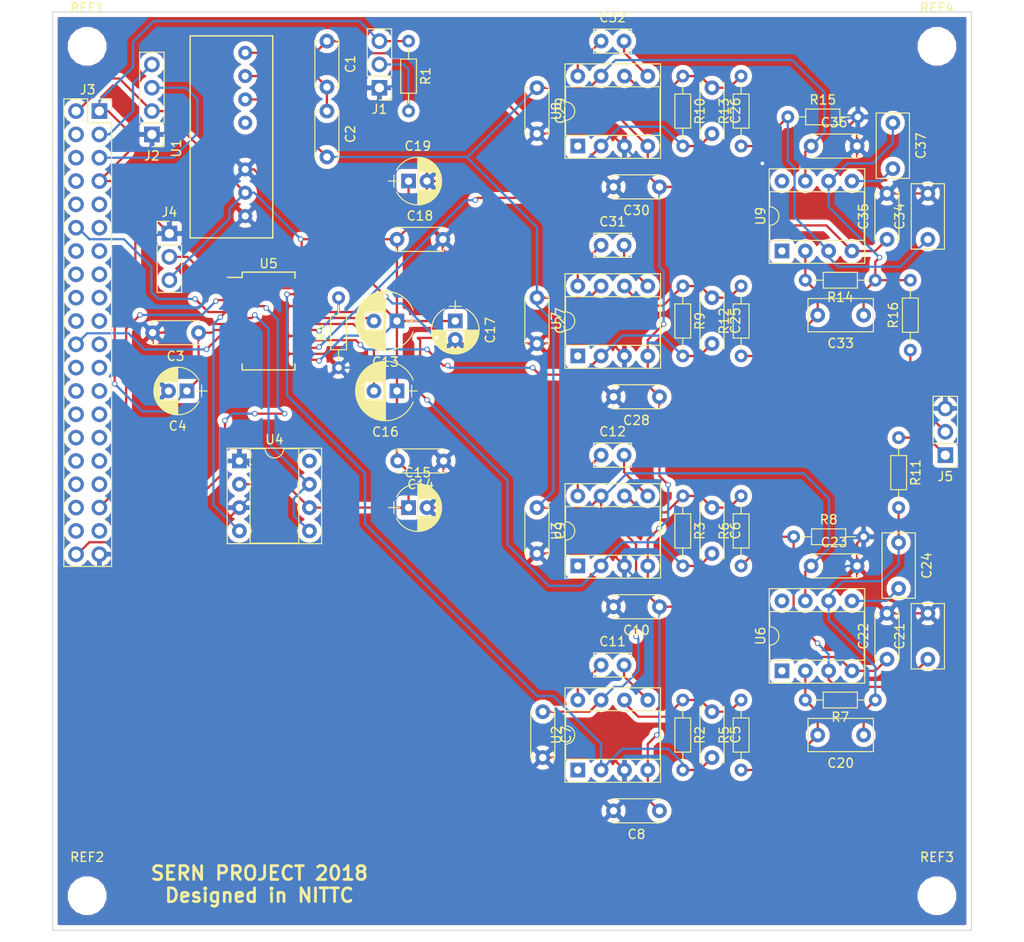
<source format=kicad_pcb>
(kicad_pcb (version 4) (host pcbnew 4.0.7)
  (layers (0 F.Cu signal) (31 B.Cu signal) (34 B.Paste user) (35 F.Paste user) (36 B.SilkS user) (37 F.SilkS user) (38 B.Mask user) (39 F.Mask user) (44 Edge.Cuts user))
  (net 0 "")
  (net 1 "Net-(C5-Pad1)")
  (net 2 +3V3)
  (net 3 L-)
  (net 4 L+)
  (net 5 VCC)
  (net 6 VEE)
  (net 7 "Net-(C16-Pad2)")
  (net 8 +5V)
  (net 9 "Net-(C20-Pad2)")
  (net 10 "Net-(C24-Pad2)")
  (net 11 "Net-(C25-Pad1)")
  (net 12 R-)
  (net 13 R+)
  (net 14 "Net-(C37-Pad2)")
  (net 15 "Net-(J1-Pad2)")
  (net 16 "Net-(J4-Pad2)")
  (net 17 Lin)
  (net 18 Rin)
  (net 19 "Net-(U2-Pad1)")
  (net 20 "Net-(U6-Pad1)")
  (net 21 "Net-(U7-Pad1)")
  (net 22 "Net-(U9-Pad1)")
  (net 23 "Net-(U9-Pad8)")
  (net 24 "Net-(C1-Pad2)")
  (net 25 "Net-(C6-Pad1)")
  (net 26 "Net-(C11-Pad1)")
  (net 27 "Net-(C11-Pad2)")
  (net 28 "Net-(C12-Pad1)")
  (net 29 "Net-(C12-Pad2)")
  (net 30 "Net-(C13-Pad2)")
  (net 31 "Net-(C20-Pad1)")
  (net 32 "Net-(C21-Pad1)")
  (net 33 "Net-(C26-Pad1)")
  (net 34 "Net-(C31-Pad1)")
  (net 35 "Net-(C31-Pad2)")
  (net 36 "Net-(C32-Pad1)")
  (net 37 "Net-(C32-Pad2)")
  (net 38 "Net-(C33-Pad1)")
  (net 39 "Net-(C33-Pad2)")
  (net 40 "Net-(C34-Pad1)")
  (net 41 "Net-(J2-Pad3)")
  (net 42 "Net-(J2-Pad4)")
  (net 43 "Net-(J3-Pad4)")
  (net 44 "Net-(J3-Pad6)")
  (net 45 "Net-(J3-Pad8)")
  (net 46 "Net-(J3-Pad9)")
  (net 47 "Net-(J3-Pad10)")
  (net 48 "Net-(J3-Pad11)")
  (net 49 "Net-(J3-Pad12)")
  (net 50 "Net-(J3-Pad13)")
  (net 51 "Net-(J3-Pad14)")
  (net 52 "Net-(J3-Pad15)")
  (net 53 "Net-(J3-Pad16)")
  (net 54 "Net-(J3-Pad17)")
  (net 55 "Net-(J3-Pad18)")
  (net 56 "Net-(J3-Pad19)")
  (net 57 "Net-(J3-Pad20)")
  (net 58 "Net-(J3-Pad21)")
  (net 59 "Net-(J3-Pad22)")
  (net 60 "Net-(J3-Pad23)")
  (net 61 "Net-(J3-Pad24)")
  (net 62 "Net-(J3-Pad25)")
  (net 63 "Net-(J3-Pad26)")
  (net 64 "Net-(J3-Pad27)")
  (net 65 "Net-(J3-Pad28)")
  (net 66 "Net-(J3-Pad29)")
  (net 67 "Net-(J3-Pad30)")
  (net 68 "Net-(J3-Pad31)")
  (net 69 "Net-(J3-Pad32)")
  (net 70 "Net-(J3-Pad33)")
  (net 71 "Net-(J3-Pad34)")
  (net 72 "Net-(J3-Pad35)")
  (net 73 "Net-(J3-Pad36)")
  (net 74 "Net-(J3-Pad37)")
  (net 75 "Net-(J3-Pad38)")
  (net 76 "Net-(J3-Pad40)")
  (net 77 "Net-(R4-Pad2)")
  (net 78 "Net-(U1-Pad5)")
  (net 79 "Net-(U3-Pad1)")
  (net 80 "Net-(U4-Pad5)")
  (net 81 "Net-(U4-Pad8)")
  (net 82 "Net-(U6-Pad8)")
  (net 83 "Net-(U8-Pad1)")
  (net 84 GNDD)
  (module Capacitors_THT:C_Disc_D5.0mm_W2.5mm_P5.00mm (layer F.Cu) (at 93.345 116.205 270)
    (fp_text reference C7 (at 2.5 -2.56 270) (layer F.SilkS))
    (fp_text value 0.1uF)
    (pad 1 thru_hole circle (at 0 0 270) (size 1.6 1.6) (drill 0.8) (layers *.Cu *.Mask) (net 5 VCC))
    (pad 2 thru_hole circle (at 5 0 270) (size 1.6 1.6) (drill 0.8) (layers *.Cu *.Mask) (net 84 GNDD))
  )
  (module Capacitors_THT:C_Disc_D5.0mm_W2.5mm_P5.00mm (layer F.Cu) (at 82.55 88.9 180)
    (fp_text reference C14 (at 2.5 -2.56 180) (layer F.SilkS))
    (fp_text value 0.1uF)
    (pad 1 thru_hole circle (at 0 0 180) (size 1.6 1.6) (drill 0.8) (layers *.Cu *.Mask) (net 84 GNDD))
    (pad 2 thru_hole circle (at 5 0 180) (size 1.6 1.6) (drill 0.8) (layers *.Cu *.Mask) (net 8 +5V))
  )
  (module Capacitors_THT:C_Disc_D5.0mm_W2.5mm_P5.00mm (layer F.Cu) (at 77.47 64.77)
    (fp_text reference C18 (at 2.5 -2.56) (layer F.SilkS))
    (fp_text value 0.1uF)
    (pad 1 thru_hole circle (at 0 0) (size 1.6 1.6) (drill 0.8) (layers *.Cu *.Mask) (net 8 +5V))
    (pad 2 thru_hole circle (at 5 0) (size 1.6 1.6) (drill 0.8) (layers *.Cu *.Mask) (net 84 GNDD))
  )
  (module Capacitors_THT:CP_Radial_D5.0mm_P2.00mm (layer F.Cu) (at 78.74 58.42)
    (fp_text reference C19 (at 1 -3.81) (layer F.SilkS))
    (fp_text value 10uF)
    (pad 1 thru_hole rect (at 0 0) (size 1.6 1.6) (drill 0.8) (layers *.Cu *.Mask) (net 8 +5V))
    (pad 2 thru_hole circle (at 2 0) (size 1.6 1.6) (drill 0.8) (layers *.Cu *.Mask) (net 84 GNDD))
  )
  (module Capacitors_THT:C_Disc_D5.0mm_W2.5mm_P5.00mm (layer F.Cu) (at 130.81 110.49 90)
    (fp_text reference C22 (at 2.5 -2.56 90) (layer F.SilkS))
    (fp_text value 0.1uF)
    (pad 1 thru_hole circle (at 0 0 90) (size 1.6 1.6) (drill 0.8) (layers *.Cu *.Mask) (net 6 VEE))
    (pad 2 thru_hole circle (at 5 0 90) (size 1.6 1.6) (drill 0.8) (layers *.Cu *.Mask) (net 84 GNDD))
  )
  (module Capacitors_THT:C_Rect_L7.0mm_W3.5mm_P5.00mm (layer F.Cu) (at 132.08 97.79 270)
    (fp_text reference C24 (at 2.5 -3.06 270) (layer F.SilkS))
    (fp_text value 33pF)
    (pad 1 thru_hole circle (at 0 0 270) (size 1.6 1.6) (drill 0.8) (layers *.Cu *.Mask) (net 31 "Net-(C20-Pad1)"))
    (pad 2 thru_hole circle (at 5 0 270) (size 1.6 1.6) (drill 0.8) (layers *.Cu *.Mask) (net 10 "Net-(C24-Pad2)"))
  )
  (module Capacitors_THT:C_Disc_D5.0mm_W2.5mm_P5.00mm (layer F.Cu) (at 92.71 71.12 270)
    (fp_text reference C27 (at 2.5 -2.56 270) (layer F.SilkS))
    (fp_text value 0.1uF)
    (pad 1 thru_hole circle (at 0 0 270) (size 1.6 1.6) (drill 0.8) (layers *.Cu *.Mask) (net 5 VCC))
    (pad 2 thru_hole circle (at 5 0 270) (size 1.6 1.6) (drill 0.8) (layers *.Cu *.Mask) (net 84 GNDD))
  )
  (module Capacitors_THT:C_Rect_L7.0mm_W3.5mm_P5.00mm (layer F.Cu) (at 131.445 52.07 270)
    (fp_text reference C37 (at 2.5 -3.06 270) (layer F.SilkS))
    (fp_text value 33pF)
    (pad 1 thru_hole circle (at 0 0 270) (size 1.6 1.6) (drill 0.8) (layers *.Cu *.Mask) (net 38 "Net-(C33-Pad1)"))
    (pad 2 thru_hole circle (at 5 0 270) (size 1.6 1.6) (drill 0.8) (layers *.Cu *.Mask) (net 14 "Net-(C37-Pad2)"))
  )
  (module Pin_Headers:Pin_Header_Straight_1x03_Pitch2.54mm (layer F.Cu) (at 75.565 48.26 180)
    (fp_text reference J1 (at 0 -2.33 180) (layer F.SilkS))
    (fp_text value Conn_01x03)
    (pad 1 thru_hole rect (at 0 0 180) (size 1.7 1.7) (drill 1) (layers *.Cu *.Mask) (net 84 GNDD))
    (pad 2 thru_hole oval (at 0 2.54 180) (size 1.7 1.7) (drill 1) (layers *.Cu *.Mask) (net 15 "Net-(J1-Pad2)"))
    (pad 3 thru_hole oval (at 0 5.08 180) (size 1.7 1.7) (drill 1) (layers *.Cu *.Mask) (net 2 +3V3))
  )
  (module Resistors_THT:R_Axial_DIN0204_L3.6mm_D1.6mm_P7.62mm_Horizontal (layer F.Cu) (at 78.74 43.18 270)
    (fp_text reference R1 (at 3.81 -1.86 270) (layer F.SilkS))
    (fp_text value 4.7k)
    (pad 1 thru_hole circle (at 0 0 270) (size 1.4 1.4) (drill 0.7) (layers *.Cu *.Mask) (net 2 +3V3))
    (pad 2 thru_hole oval (at 7.62 0 270) (size 1.4 1.4) (drill 0.7) (layers *.Cu *.Mask) (net 15 "Net-(J1-Pad2)"))
  )
  (module Resistors_THT:R_Axial_DIN0204_L3.6mm_D1.6mm_P7.62mm_Horizontal (layer F.Cu) (at 108.585 114.935 270)
    (fp_text reference R2 (at 3.81 -1.86 270) (layer F.SilkS))
    (fp_text value 750)
    (pad 1 thru_hole circle (at 0 0 270) (size 1.4 1.4) (drill 0.7) (layers *.Cu *.Mask) (net 1 "Net-(C5-Pad1)"))
    (pad 2 thru_hole oval (at 7.62 0 270) (size 1.4 1.4) (drill 0.7) (layers *.Cu *.Mask) (net 3 L-))
  )
  (module Housings_DIP:DIP-8_W7.62mm_Socket (layer F.Cu) (at 97.155 122.555 90)
    (fp_text reference U2 (at 3.81 -2.33 90) (layer F.SilkS))
    (fp_text value NE5534)
    (pad 1 thru_hole rect (at 0 0 90) (size 1.6 1.6) (drill 0.8) (layers *.Cu *.Mask) (net 19 "Net-(U2-Pad1)"))
    (pad 5 thru_hole oval (at 7.62 7.62 90) (size 1.6 1.6) (drill 0.8) (layers *.Cu *.Mask) (net 27 "Net-(C11-Pad2)"))
    (pad 2 thru_hole oval (at 0 2.54 90) (size 1.6 1.6) (drill 0.8) (layers *.Cu *.Mask) (net 3 L-))
    (pad 6 thru_hole oval (at 7.62 5.08 90) (size 1.6 1.6) (drill 0.8) (layers *.Cu *.Mask) (net 1 "Net-(C5-Pad1)"))
    (pad 3 thru_hole oval (at 0 5.08 90) (size 1.6 1.6) (drill 0.8) (layers *.Cu *.Mask) (net 84 GNDD))
    (pad 7 thru_hole oval (at 7.62 2.54 90) (size 1.6 1.6) (drill 0.8) (layers *.Cu *.Mask) (net 5 VCC))
    (pad 4 thru_hole oval (at 0 7.62 90) (size 1.6 1.6) (drill 0.8) (layers *.Cu *.Mask) (net 6 VEE))
    (pad 8 thru_hole oval (at 7.62 0 90) (size 1.6 1.6) (drill 0.8) (layers *.Cu *.Mask) (net 26 "Net-(C11-Pad1)"))
  )
  (module Housings_DIP:DIP-8_W7.62mm_Socket (layer F.Cu) (at 97.155 100.33 90)
    (fp_text reference U3 (at 3.81 -2.33 90) (layer F.SilkS))
    (fp_text value NE5534)
    (pad 1 thru_hole rect (at 0 0 90) (size 1.6 1.6) (drill 0.8) (layers *.Cu *.Mask) (net 79 "Net-(U3-Pad1)"))
    (pad 5 thru_hole oval (at 7.62 7.62 90) (size 1.6 1.6) (drill 0.8) (layers *.Cu *.Mask) (net 29 "Net-(C12-Pad2)"))
    (pad 2 thru_hole oval (at 0 2.54 90) (size 1.6 1.6) (drill 0.8) (layers *.Cu *.Mask) (net 4 L+))
    (pad 6 thru_hole oval (at 7.62 5.08 90) (size 1.6 1.6) (drill 0.8) (layers *.Cu *.Mask) (net 25 "Net-(C6-Pad1)"))
    (pad 3 thru_hole oval (at 0 5.08 90) (size 1.6 1.6) (drill 0.8) (layers *.Cu *.Mask) (net 84 GNDD))
    (pad 7 thru_hole oval (at 7.62 2.54 90) (size 1.6 1.6) (drill 0.8) (layers *.Cu *.Mask) (net 5 VCC))
    (pad 4 thru_hole oval (at 0 7.62 90) (size 1.6 1.6) (drill 0.8) (layers *.Cu *.Mask) (net 6 VEE))
    (pad 8 thru_hole oval (at 7.62 0 90) (size 1.6 1.6) (drill 0.8) (layers *.Cu *.Mask) (net 28 "Net-(C12-Pad1)"))
  )
  (module Housings_DIP:DIP-8_W7.62mm_Socket (layer F.Cu) (at 119.38 111.76 90)
    (fp_text reference U6 (at 3.81 -2.33 90) (layer F.SilkS))
    (fp_text value LT1028)
    (pad 1 thru_hole rect (at 0 0 90) (size 1.6 1.6) (drill 0.8) (layers *.Cu *.Mask) (net 20 "Net-(U6-Pad1)"))
    (pad 5 thru_hole oval (at 7.62 7.62 90) (size 1.6 1.6) (drill 0.8) (layers *.Cu *.Mask) (net 10 "Net-(C24-Pad2)"))
    (pad 2 thru_hole oval (at 0 2.54 90) (size 1.6 1.6) (drill 0.8) (layers *.Cu *.Mask) (net 9 "Net-(C20-Pad2)"))
    (pad 6 thru_hole oval (at 7.62 5.08 90) (size 1.6 1.6) (drill 0.8) (layers *.Cu *.Mask) (net 31 "Net-(C20-Pad1)"))
    (pad 3 thru_hole oval (at 0 5.08 90) (size 1.6 1.6) (drill 0.8) (layers *.Cu *.Mask) (net 32 "Net-(C21-Pad1)"))
    (pad 7 thru_hole oval (at 7.62 2.54 90) (size 1.6 1.6) (drill 0.8) (layers *.Cu *.Mask) (net 5 VCC))
    (pad 4 thru_hole oval (at 0 7.62 90) (size 1.6 1.6) (drill 0.8) (layers *.Cu *.Mask) (net 6 VEE))
    (pad 8 thru_hole oval (at 7.62 0 90) (size 1.6 1.6) (drill 0.8) (layers *.Cu *.Mask) (net 82 "Net-(U6-Pad8)"))
  )
  (module Housings_DIP:DIP-8_W7.62mm_Socket (layer F.Cu) (at 97.155 77.47 90)
    (fp_text reference U7 (at 3.81 -2.33 90) (layer F.SilkS))
    (fp_text value NE5534)
    (pad 1 thru_hole rect (at 0 0 90) (size 1.6 1.6) (drill 0.8) (layers *.Cu *.Mask) (net 21 "Net-(U7-Pad1)"))
    (pad 5 thru_hole oval (at 7.62 7.62 90) (size 1.6 1.6) (drill 0.8) (layers *.Cu *.Mask) (net 35 "Net-(C31-Pad2)"))
    (pad 2 thru_hole oval (at 0 2.54 90) (size 1.6 1.6) (drill 0.8) (layers *.Cu *.Mask) (net 12 R-))
    (pad 6 thru_hole oval (at 7.62 5.08 90) (size 1.6 1.6) (drill 0.8) (layers *.Cu *.Mask) (net 11 "Net-(C25-Pad1)"))
    (pad 3 thru_hole oval (at 0 5.08 90) (size 1.6 1.6) (drill 0.8) (layers *.Cu *.Mask) (net 84 GNDD))
    (pad 7 thru_hole oval (at 7.62 2.54 90) (size 1.6 1.6) (drill 0.8) (layers *.Cu *.Mask) (net 5 VCC))
    (pad 4 thru_hole oval (at 0 7.62 90) (size 1.6 1.6) (drill 0.8) (layers *.Cu *.Mask) (net 6 VEE))
    (pad 8 thru_hole oval (at 7.62 0 90) (size 1.6 1.6) (drill 0.8) (layers *.Cu *.Mask) (net 34 "Net-(C31-Pad1)"))
  )
  (module Housings_DIP:DIP-8_W7.62mm_Socket (layer F.Cu) (at 119.38 66.04 90)
    (fp_text reference U9 (at 3.81 -2.33 90) (layer F.SilkS))
    (fp_text value LT1028)
    (pad 1 thru_hole rect (at 0 0 90) (size 1.6 1.6) (drill 0.8) (layers *.Cu *.Mask) (net 22 "Net-(U9-Pad1)"))
    (pad 5 thru_hole oval (at 7.62 7.62 90) (size 1.6 1.6) (drill 0.8) (layers *.Cu *.Mask) (net 14 "Net-(C37-Pad2)"))
    (pad 2 thru_hole oval (at 0 2.54 90) (size 1.6 1.6) (drill 0.8) (layers *.Cu *.Mask) (net 39 "Net-(C33-Pad2)"))
    (pad 6 thru_hole oval (at 7.62 5.08 90) (size 1.6 1.6) (drill 0.8) (layers *.Cu *.Mask) (net 38 "Net-(C33-Pad1)"))
    (pad 3 thru_hole oval (at 0 5.08 90) (size 1.6 1.6) (drill 0.8) (layers *.Cu *.Mask) (net 40 "Net-(C34-Pad1)"))
    (pad 7 thru_hole oval (at 7.62 2.54 90) (size 1.6 1.6) (drill 0.8) (layers *.Cu *.Mask) (net 5 VCC))
    (pad 4 thru_hole oval (at 0 7.62 90) (size 1.6 1.6) (drill 0.8) (layers *.Cu *.Mask) (net 6 VEE))
    (pad 8 thru_hole oval (at 7.62 0 90) (size 1.6 1.6) (drill 0.8) (layers *.Cu *.Mask) (net 23 "Net-(U9-Pad8)"))
  )
  (module Capacitors_THT:C_Disc_D5.0mm_W2.5mm_P5.00mm (layer F.Cu) (at 69.85 43.18 270)
    (fp_text reference C1 (at 2.5 -2.56 270) (layer F.SilkS))
    (fp_text value 0.1uF)
    (pad 1 thru_hole circle (at 0 0 270) (size 1.6 1.6) (drill 0.8) (layers *.Cu *.Mask) (net 6 VEE))
    (pad 2 thru_hole circle (at 5 0 270) (size 1.6 1.6) (drill 0.8) (layers *.Cu *.Mask) (net 24 "Net-(C1-Pad2)"))
  )
  (module Capacitors_THT:C_Disc_D5.0mm_W2.5mm_P5.00mm (layer F.Cu) (at 69.85 50.8 270)
    (fp_text reference C2 (at 2.5 -2.56 270) (layer F.SilkS))
    (fp_text value 0.1uF)
    (pad 1 thru_hole circle (at 0 0 270) (size 1.6 1.6) (drill 0.8) (layers *.Cu *.Mask) (net 24 "Net-(C1-Pad2)"))
    (pad 2 thru_hole circle (at 5 0 270) (size 1.6 1.6) (drill 0.8) (layers *.Cu *.Mask) (net 5 VCC))
  )
  (module Capacitors_THT:C_Disc_D5.0mm_W2.5mm_P5.00mm (layer F.Cu) (at 55.88 74.93 180)
    (fp_text reference C3 (at 2.5 -2.56 180) (layer F.SilkS))
    (fp_text value 0.1uF)
    (pad 1 thru_hole circle (at 0 0 180) (size 1.6 1.6) (drill 0.8) (layers *.Cu *.Mask) (net 2 +3V3))
    (pad 2 thru_hole circle (at 5 0 180) (size 1.6 1.6) (drill 0.8) (layers *.Cu *.Mask) (net 84 GNDD))
  )
  (module Capacitors_THT:CP_Radial_D5.0mm_P2.00mm (layer F.Cu) (at 54.61 81.28 180)
    (fp_text reference C4 (at 1 -3.81 180) (layer F.SilkS))
    (fp_text value 10uF)
    (pad 1 thru_hole rect (at 0 0 180) (size 1.6 1.6) (drill 0.8) (layers *.Cu *.Mask) (net 2 +3V3))
    (pad 2 thru_hole circle (at 2 0 180) (size 1.6 1.6) (drill 0.8) (layers *.Cu *.Mask) (net 84 GNDD))
  )
  (module Capacitors_THT:C_Disc_D6.0mm_W2.5mm_P5.00mm (layer F.Cu) (at 111.76 116.205 270)
    (fp_text reference C5 (at 2.5 -2.56 270) (layer F.SilkS))
    (fp_text value 2200pF)
    (pad 1 thru_hole circle (at 0 0 270) (size 1.6 1.6) (drill 0.8) (layers *.Cu *.Mask) (net 1 "Net-(C5-Pad1)"))
    (pad 2 thru_hole circle (at 5 0 270) (size 1.6 1.6) (drill 0.8) (layers *.Cu *.Mask) (net 3 L-))
  )
  (module Capacitors_THT:C_Disc_D6.0mm_W2.5mm_P5.00mm (layer F.Cu) (at 111.76 93.98 270)
    (fp_text reference C6 (at 2.5 -2.56 270) (layer F.SilkS))
    (fp_text value 2200pF)
    (pad 1 thru_hole circle (at 0 0 270) (size 1.6 1.6) (drill 0.8) (layers *.Cu *.Mask) (net 25 "Net-(C6-Pad1)"))
    (pad 2 thru_hole circle (at 5 0 270) (size 1.6 1.6) (drill 0.8) (layers *.Cu *.Mask) (net 4 L+))
  )
  (module Capacitors_THT:C_Disc_D5.0mm_W2.5mm_P5.00mm (layer F.Cu) (at 106.045 127 180)
    (fp_text reference C8 (at 2.5 -2.56 180) (layer F.SilkS))
    (fp_text value 0.1uF)
    (pad 1 thru_hole circle (at 0 0 180) (size 1.6 1.6) (drill 0.8) (layers *.Cu *.Mask) (net 6 VEE))
    (pad 2 thru_hole circle (at 5 0 180) (size 1.6 1.6) (drill 0.8) (layers *.Cu *.Mask) (net 84 GNDD))
  )
  (module Capacitors_THT:C_Disc_D5.0mm_W2.5mm_P5.00mm (layer F.Cu) (at 92.71 93.98 270)
    (fp_text reference C9 (at 2.5 -2.56 270) (layer F.SilkS))
    (fp_text value 0.1uF)
    (pad 1 thru_hole circle (at 0 0 270) (size 1.6 1.6) (drill 0.8) (layers *.Cu *.Mask) (net 5 VCC))
    (pad 2 thru_hole circle (at 5 0 270) (size 1.6 1.6) (drill 0.8) (layers *.Cu *.Mask) (net 84 GNDD))
  )
  (module Capacitors_THT:C_Disc_D5.0mm_W2.5mm_P5.00mm (layer F.Cu) (at 106.045 104.775 180)
    (fp_text reference C10 (at 2.5 -2.56 180) (layer F.SilkS))
    (fp_text value 0.1uF)
    (pad 1 thru_hole circle (at 0 0 180) (size 1.6 1.6) (drill 0.8) (layers *.Cu *.Mask) (net 6 VEE))
    (pad 2 thru_hole circle (at 5 0 180) (size 1.6 1.6) (drill 0.8) (layers *.Cu *.Mask) (net 84 GNDD))
  )
  (module Capacitors_THT:C_Rect_L4.0mm_W2.5mm_P2.50mm (layer F.Cu) (at 99.695 111.125)
    (fp_text reference C11 (at 1.25 -2.56) (layer F.SilkS))
    (fp_text value 22pF)
    (pad 1 thru_hole circle (at 0 0) (size 1.6 1.6) (drill 0.8) (layers *.Cu *.Mask) (net 26 "Net-(C11-Pad1)"))
    (pad 2 thru_hole circle (at 2.5 0) (size 1.6 1.6) (drill 0.8) (layers *.Cu *.Mask) (net 27 "Net-(C11-Pad2)"))
  )
  (module Capacitors_THT:C_Rect_L4.0mm_W2.5mm_P2.50mm (layer F.Cu) (at 99.695 88.265)
    (fp_text reference C12 (at 1.25 -2.56) (layer F.SilkS))
    (fp_text value 22pF)
    (pad 1 thru_hole circle (at 0 0) (size 1.6 1.6) (drill 0.8) (layers *.Cu *.Mask) (net 28 "Net-(C12-Pad1)"))
    (pad 2 thru_hole circle (at 2.5 0) (size 1.6 1.6) (drill 0.8) (layers *.Cu *.Mask) (net 29 "Net-(C12-Pad2)"))
  )
  (module Capacitors_THT:CP_Radial_D6.3mm_P2.50mm (layer F.Cu) (at 77.47 73.66 180)
    (fp_text reference C13 (at 1.25 -4.46 180) (layer F.SilkS))
    (fp_text value 47uF)
    (pad 1 thru_hole rect (at 0 0 180) (size 1.6 1.6) (drill 0.8) (layers *.Cu *.Mask) (net 8 +5V))
    (pad 2 thru_hole circle (at 2.5 0 180) (size 1.6 1.6) (drill 0.8) (layers *.Cu *.Mask) (net 30 "Net-(C13-Pad2)"))
  )
  (module Capacitors_THT:CP_Radial_D5.0mm_P2.00mm (layer F.Cu) (at 78.74 93.98)
    (fp_text reference C15 (at 1 -3.81) (layer F.SilkS))
    (fp_text value 10uF)
    (pad 1 thru_hole rect (at 0 0) (size 1.6 1.6) (drill 0.8) (layers *.Cu *.Mask) (net 8 +5V))
    (pad 2 thru_hole circle (at 2 0) (size 1.6 1.6) (drill 0.8) (layers *.Cu *.Mask) (net 84 GNDD))
  )
  (module Capacitors_THT:CP_Radial_D6.3mm_P2.50mm (layer F.Cu) (at 77.47 81.28 180)
    (fp_text reference C16 (at 1.25 -4.46 180) (layer F.SilkS))
    (fp_text value 47uF)
    (pad 1 thru_hole rect (at 0 0 180) (size 1.6 1.6) (drill 0.8) (layers *.Cu *.Mask) (net 8 +5V))
    (pad 2 thru_hole circle (at 2.5 0 180) (size 1.6 1.6) (drill 0.8) (layers *.Cu *.Mask) (net 7 "Net-(C16-Pad2)"))
  )
  (module Capacitors_THT:CP_Radial_D5.0mm_P2.00mm (layer F.Cu) (at 83.82 73.66 270)
    (fp_text reference C17 (at 1 -3.81 270) (layer F.SilkS))
    (fp_text value 10uF)
    (pad 1 thru_hole rect (at 0 0 270) (size 1.6 1.6) (drill 0.8) (layers *.Cu *.Mask) (net 8 +5V))
    (pad 2 thru_hole circle (at 2 0 270) (size 1.6 1.6) (drill 0.8) (layers *.Cu *.Mask) (net 84 GNDD))
  )
  (module Capacitors_THT:C_Rect_L7.0mm_W3.5mm_P5.00mm (layer F.Cu) (at 128.27 118.745 180)
    (fp_text reference C20 (at 2.5 -3.06 180) (layer F.SilkS))
    (fp_text value 2700pF)
    (pad 1 thru_hole circle (at 0 0 180) (size 1.6 1.6) (drill 0.8) (layers *.Cu *.Mask) (net 31 "Net-(C20-Pad1)"))
    (pad 2 thru_hole circle (at 5 0 180) (size 1.6 1.6) (drill 0.8) (layers *.Cu *.Mask) (net 9 "Net-(C20-Pad2)"))
  )
  (module Capacitors_THT:C_Rect_L7.0mm_W3.5mm_P5.00mm (layer F.Cu) (at 135.255 110.49 90)
    (fp_text reference C21 (at 2.5 -3.06 90) (layer F.SilkS))
    (fp_text value 2700pF)
    (pad 1 thru_hole circle (at 0 0 90) (size 1.6 1.6) (drill 0.8) (layers *.Cu *.Mask) (net 32 "Net-(C21-Pad1)"))
    (pad 2 thru_hole circle (at 5 0 90) (size 1.6 1.6) (drill 0.8) (layers *.Cu *.Mask) (net 84 GNDD))
  )
  (module Capacitors_THT:C_Disc_D5.0mm_W2.5mm_P5.00mm (layer F.Cu) (at 122.555 100.33)
    (fp_text reference C23 (at 2.5 -2.56) (layer F.SilkS))
    (fp_text value 0.1uF)
    (pad 1 thru_hole circle (at 0 0) (size 1.6 1.6) (drill 0.8) (layers *.Cu *.Mask) (net 5 VCC))
    (pad 2 thru_hole circle (at 5 0) (size 1.6 1.6) (drill 0.8) (layers *.Cu *.Mask) (net 84 GNDD))
  )
  (module Capacitors_THT:C_Disc_D6.0mm_W2.5mm_P5.00mm (layer F.Cu) (at 111.76 71.12 270)
    (fp_text reference C25 (at 2.5 -2.56 270) (layer F.SilkS))
    (fp_text value 2200pF)
    (pad 1 thru_hole circle (at 0 0 270) (size 1.6 1.6) (drill 0.8) (layers *.Cu *.Mask) (net 11 "Net-(C25-Pad1)"))
    (pad 2 thru_hole circle (at 5 0 270) (size 1.6 1.6) (drill 0.8) (layers *.Cu *.Mask) (net 12 R-))
  )
  (module Capacitors_THT:C_Disc_D6.0mm_W2.5mm_P5.00mm (layer F.Cu) (at 111.76 48.26 270)
    (fp_text reference C26 (at 2.5 -2.56 270) (layer F.SilkS))
    (fp_text value 2200pF)
    (pad 1 thru_hole circle (at 0 0 270) (size 1.6 1.6) (drill 0.8) (layers *.Cu *.Mask) (net 33 "Net-(C26-Pad1)"))
    (pad 2 thru_hole circle (at 5 0 270) (size 1.6 1.6) (drill 0.8) (layers *.Cu *.Mask) (net 13 R+))
  )
  (module Capacitors_THT:C_Disc_D5.0mm_W2.5mm_P5.00mm (layer F.Cu) (at 106.045 81.915 180)
    (fp_text reference C28 (at 2.5 -2.56 180) (layer F.SilkS))
    (fp_text value 0.1uF)
    (pad 1 thru_hole circle (at 0 0 180) (size 1.6 1.6) (drill 0.8) (layers *.Cu *.Mask) (net 6 VEE))
    (pad 2 thru_hole circle (at 5 0 180) (size 1.6 1.6) (drill 0.8) (layers *.Cu *.Mask) (net 84 GNDD))
  )
  (module Capacitors_THT:C_Disc_D5.0mm_W2.5mm_P5.00mm (layer F.Cu) (at 92.71 48.26 270)
    (fp_text reference C29 (at 2.5 -2.56 270) (layer F.SilkS))
    (fp_text value 0.1uF)
    (pad 1 thru_hole circle (at 0 0 270) (size 1.6 1.6) (drill 0.8) (layers *.Cu *.Mask) (net 5 VCC))
    (pad 2 thru_hole circle (at 5 0 270) (size 1.6 1.6) (drill 0.8) (layers *.Cu *.Mask) (net 84 GNDD))
  )
  (module Capacitors_THT:C_Disc_D5.0mm_W2.5mm_P5.00mm (layer F.Cu) (at 106.045 59.055 180)
    (fp_text reference C30 (at 2.5 -2.56 180) (layer F.SilkS))
    (fp_text value 0.1uF)
    (pad 1 thru_hole circle (at 0 0 180) (size 1.6 1.6) (drill 0.8) (layers *.Cu *.Mask) (net 6 VEE))
    (pad 2 thru_hole circle (at 5 0 180) (size 1.6 1.6) (drill 0.8) (layers *.Cu *.Mask) (net 84 GNDD))
  )
  (module Capacitors_THT:C_Rect_L4.0mm_W2.5mm_P2.50mm (layer F.Cu) (at 99.695 65.405)
    (fp_text reference C31 (at 1.25 -2.56) (layer F.SilkS))
    (fp_text value 22pF)
    (pad 1 thru_hole circle (at 0 0) (size 1.6 1.6) (drill 0.8) (layers *.Cu *.Mask) (net 34 "Net-(C31-Pad1)"))
    (pad 2 thru_hole circle (at 2.5 0) (size 1.6 1.6) (drill 0.8) (layers *.Cu *.Mask) (net 35 "Net-(C31-Pad2)"))
  )
  (module Capacitors_THT:C_Rect_L4.0mm_W2.5mm_P2.50mm (layer F.Cu) (at 99.695 43.18)
    (fp_text reference C32 (at 1.25 -2.56) (layer F.SilkS))
    (fp_text value 22pF)
    (pad 1 thru_hole circle (at 0 0) (size 1.6 1.6) (drill 0.8) (layers *.Cu *.Mask) (net 36 "Net-(C32-Pad1)"))
    (pad 2 thru_hole circle (at 2.5 0) (size 1.6 1.6) (drill 0.8) (layers *.Cu *.Mask) (net 37 "Net-(C32-Pad2)"))
  )
  (module Capacitors_THT:C_Rect_L7.0mm_W3.5mm_P5.00mm (layer F.Cu) (at 128.27 73.025 180)
    (fp_text reference C33 (at 2.5 -3.06 180) (layer F.SilkS))
    (fp_text value 2700pF)
    (pad 1 thru_hole circle (at 0 0 180) (size 1.6 1.6) (drill 0.8) (layers *.Cu *.Mask) (net 38 "Net-(C33-Pad1)"))
    (pad 2 thru_hole circle (at 5 0 180) (size 1.6 1.6) (drill 0.8) (layers *.Cu *.Mask) (net 39 "Net-(C33-Pad2)"))
  )
  (module Capacitors_THT:C_Rect_L7.0mm_W3.5mm_P5.00mm (layer F.Cu) (at 135.255 64.77 90)
    (fp_text reference C34 (at 2.5 -3.06 90) (layer F.SilkS))
    (fp_text value 2700pF)
    (pad 1 thru_hole circle (at 0 0 90) (size 1.6 1.6) (drill 0.8) (layers *.Cu *.Mask) (net 40 "Net-(C34-Pad1)"))
    (pad 2 thru_hole circle (at 5 0 90) (size 1.6 1.6) (drill 0.8) (layers *.Cu *.Mask) (net 84 GNDD))
  )
  (module Capacitors_THT:C_Disc_D5.0mm_W2.5mm_P5.00mm (layer F.Cu) (at 130.81 64.77 90)
    (fp_text reference C35 (at 2.5 -2.56 90) (layer F.SilkS))
    (fp_text value 0.1uF)
    (pad 1 thru_hole circle (at 0 0 90) (size 1.6 1.6) (drill 0.8) (layers *.Cu *.Mask) (net 6 VEE))
    (pad 2 thru_hole circle (at 5 0 90) (size 1.6 1.6) (drill 0.8) (layers *.Cu *.Mask) (net 84 GNDD))
  )
  (module Capacitors_THT:C_Disc_D5.0mm_W2.5mm_P5.00mm (layer F.Cu) (at 122.555 54.61)
    (fp_text reference C36 (at 2.5 -2.56) (layer F.SilkS))
    (fp_text value 0.1uF)
    (pad 1 thru_hole circle (at 0 0) (size 1.6 1.6) (drill 0.8) (layers *.Cu *.Mask) (net 5 VCC))
    (pad 2 thru_hole circle (at 5 0) (size 1.6 1.6) (drill 0.8) (layers *.Cu *.Mask) (net 84 GNDD))
  )
  (module Pin_Headers:Pin_Header_Straight_1x04_Pitch2.54mm (layer F.Cu) (at 50.8 53.34 180)
    (fp_text reference J2 (at 0 -2.33 180) (layer F.SilkS))
    (fp_text value Conn_01x04)
    (pad 1 thru_hole rect (at 0 0 180) (size 1.7 1.7) (drill 1) (layers *.Cu *.Mask) (net 84 GNDD))
    (pad 2 thru_hole oval (at 0 2.54 180) (size 1.7 1.7) (drill 1) (layers *.Cu *.Mask) (net 8 +5V))
    (pad 3 thru_hole oval (at 0 5.08 180) (size 1.7 1.7) (drill 1) (layers *.Cu *.Mask) (net 41 "Net-(J2-Pad3)"))
    (pad 4 thru_hole oval (at 0 7.62 180) (size 1.7 1.7) (drill 1) (layers *.Cu *.Mask) (net 42 "Net-(J2-Pad4)"))
  )
  (module Socket_Strips:Socket_Strip_Straight_2x20_Pitch2.54mm (layer F.Cu) (at 45.085 50.8)
    (fp_text reference J3 (at -1.27 -2.33) (layer F.SilkS))
    (fp_text value RaspberryPi3)
    (pad 1 thru_hole rect (at 0 0) (size 1.7 1.7) (drill 1) (layers *.Cu *.Mask) (net 2 +3V3))
    (pad 2 thru_hole oval (at -2.54 0) (size 1.7 1.7) (drill 1) (layers *.Cu *.Mask) (net 8 +5V))
    (pad 3 thru_hole oval (at 0 2.54) (size 1.7 1.7) (drill 1) (layers *.Cu *.Mask) (net 42 "Net-(J2-Pad4)"))
    (pad 4 thru_hole oval (at -2.54 2.54) (size 1.7 1.7) (drill 1) (layers *.Cu *.Mask) (net 43 "Net-(J3-Pad4)"))
    (pad 5 thru_hole oval (at 0 5.08) (size 1.7 1.7) (drill 1) (layers *.Cu *.Mask) (net 41 "Net-(J2-Pad3)"))
    (pad 6 thru_hole oval (at -2.54 5.08) (size 1.7 1.7) (drill 1) (layers *.Cu *.Mask) (net 44 "Net-(J3-Pad6)"))
    (pad 7 thru_hole oval (at 0 7.62) (size 1.7 1.7) (drill 1) (layers *.Cu *.Mask) (net 2 +3V3))
    (pad 8 thru_hole oval (at -2.54 7.62) (size 1.7 1.7) (drill 1) (layers *.Cu *.Mask) (net 45 "Net-(J3-Pad8)"))
    (pad 9 thru_hole oval (at 0 10.16) (size 1.7 1.7) (drill 1) (layers *.Cu *.Mask) (net 46 "Net-(J3-Pad9)"))
    (pad 10 thru_hole oval (at -2.54 10.16) (size 1.7 1.7) (drill 1) (layers *.Cu *.Mask) (net 47 "Net-(J3-Pad10)"))
    (pad 11 thru_hole oval (at 0 12.7) (size 1.7 1.7) (drill 1) (layers *.Cu *.Mask) (net 48 "Net-(J3-Pad11)"))
    (pad 12 thru_hole oval (at -2.54 12.7) (size 1.7 1.7) (drill 1) (layers *.Cu *.Mask) (net 49 "Net-(J3-Pad12)"))
    (pad 13 thru_hole oval (at 0 15.24) (size 1.7 1.7) (drill 1) (layers *.Cu *.Mask) (net 50 "Net-(J3-Pad13)"))
    (pad 14 thru_hole oval (at -2.54 15.24) (size 1.7 1.7) (drill 1) (layers *.Cu *.Mask) (net 51 "Net-(J3-Pad14)"))
    (pad 15 thru_hole oval (at 0 17.78) (size 1.7 1.7) (drill 1) (layers *.Cu *.Mask) (net 52 "Net-(J3-Pad15)"))
    (pad 16 thru_hole oval (at -2.54 17.78) (size 1.7 1.7) (drill 1) (layers *.Cu *.Mask) (net 53 "Net-(J3-Pad16)"))
    (pad 17 thru_hole oval (at 0 20.32) (size 1.7 1.7) (drill 1) (layers *.Cu *.Mask) (net 54 "Net-(J3-Pad17)"))
    (pad 18 thru_hole oval (at -2.54 20.32) (size 1.7 1.7) (drill 1) (layers *.Cu *.Mask) (net 55 "Net-(J3-Pad18)"))
    (pad 19 thru_hole oval (at 0 22.86) (size 1.7 1.7) (drill 1) (layers *.Cu *.Mask) (net 56 "Net-(J3-Pad19)"))
    (pad 20 thru_hole oval (at -2.54 22.86) (size 1.7 1.7) (drill 1) (layers *.Cu *.Mask) (net 57 "Net-(J3-Pad20)"))
    (pad 21 thru_hole oval (at 0 25.4) (size 1.7 1.7) (drill 1) (layers *.Cu *.Mask) (net 58 "Net-(J3-Pad21)"))
    (pad 22 thru_hole oval (at -2.54 25.4) (size 1.7 1.7) (drill 1) (layers *.Cu *.Mask) (net 59 "Net-(J3-Pad22)"))
    (pad 23 thru_hole oval (at 0 27.94) (size 1.7 1.7) (drill 1) (layers *.Cu *.Mask) (net 60 "Net-(J3-Pad23)"))
    (pad 24 thru_hole oval (at -2.54 27.94) (size 1.7 1.7) (drill 1) (layers *.Cu *.Mask) (net 61 "Net-(J3-Pad24)"))
    (pad 25 thru_hole oval (at 0 30.48) (size 1.7 1.7) (drill 1) (layers *.Cu *.Mask) (net 62 "Net-(J3-Pad25)"))
    (pad 26 thru_hole oval (at -2.54 30.48) (size 1.7 1.7) (drill 1) (layers *.Cu *.Mask) (net 63 "Net-(J3-Pad26)"))
    (pad 27 thru_hole oval (at 0 33.02) (size 1.7 1.7) (drill 1) (layers *.Cu *.Mask) (net 64 "Net-(J3-Pad27)"))
    (pad 28 thru_hole oval (at -2.54 33.02) (size 1.7 1.7) (drill 1) (layers *.Cu *.Mask) (net 65 "Net-(J3-Pad28)"))
    (pad 29 thru_hole oval (at 0 35.56) (size 1.7 1.7) (drill 1) (layers *.Cu *.Mask) (net 66 "Net-(J3-Pad29)"))
    (pad 30 thru_hole oval (at -2.54 35.56) (size 1.7 1.7) (drill 1) (layers *.Cu *.Mask) (net 67 "Net-(J3-Pad30)"))
    (pad 31 thru_hole oval (at 0 38.1) (size 1.7 1.7) (drill 1) (layers *.Cu *.Mask) (net 68 "Net-(J3-Pad31)"))
    (pad 32 thru_hole oval (at -2.54 38.1) (size 1.7 1.7) (drill 1) (layers *.Cu *.Mask) (net 69 "Net-(J3-Pad32)"))
    (pad 33 thru_hole oval (at 0 40.64) (size 1.7 1.7) (drill 1) (layers *.Cu *.Mask) (net 70 "Net-(J3-Pad33)"))
    (pad 34 thru_hole oval (at -2.54 40.64) (size 1.7 1.7) (drill 1) (layers *.Cu *.Mask) (net 71 "Net-(J3-Pad34)"))
    (pad 35 thru_hole oval (at 0 43.18) (size 1.7 1.7) (drill 1) (layers *.Cu *.Mask) (net 72 "Net-(J3-Pad35)"))
    (pad 36 thru_hole oval (at -2.54 43.18) (size 1.7 1.7) (drill 1) (layers *.Cu *.Mask) (net 73 "Net-(J3-Pad36)"))
    (pad 37 thru_hole oval (at 0 45.72) (size 1.7 1.7) (drill 1) (layers *.Cu *.Mask) (net 74 "Net-(J3-Pad37)"))
    (pad 38 thru_hole oval (at -2.54 45.72) (size 1.7 1.7) (drill 1) (layers *.Cu *.Mask) (net 75 "Net-(J3-Pad38)"))
    (pad 39 thru_hole oval (at 0 48.26) (size 1.7 1.7) (drill 1) (layers *.Cu *.Mask) (net 84 GNDD))
    (pad 40 thru_hole oval (at -2.54 48.26) (size 1.7 1.7) (drill 1) (layers *.Cu *.Mask) (net 76 "Net-(J3-Pad40)"))
  )
  (module Pin_Headers:Pin_Header_Straight_1x03_Pitch2.54mm (layer F.Cu) (at 52.705 64.135)
    (fp_text reference J4 (at 0 -2.33) (layer F.SilkS))
    (fp_text value Conn_01x03)
    (pad 1 thru_hole rect (at 0 0) (size 1.7 1.7) (drill 1) (layers *.Cu *.Mask) (net 84 GNDD))
    (pad 2 thru_hole oval (at 0 2.54) (size 1.7 1.7) (drill 1) (layers *.Cu *.Mask) (net 16 "Net-(J4-Pad2)"))
    (pad 3 thru_hole oval (at 0 5.08) (size 1.7 1.7) (drill 1) (layers *.Cu *.Mask) (net 8 +5V))
  )
  (module Resistors_THT:R_Axial_DIN0204_L3.6mm_D1.6mm_P7.62mm_Horizontal (layer F.Cu) (at 108.585 92.71 270)
    (fp_text reference R3 (at 3.81 -1.86 270) (layer F.SilkS))
    (fp_text value 750)
    (pad 1 thru_hole circle (at 0 0 270) (size 1.4 1.4) (drill 0.7) (layers *.Cu *.Mask) (net 25 "Net-(C6-Pad1)"))
    (pad 2 thru_hole oval (at 7.62 0 270) (size 1.4 1.4) (drill 0.7) (layers *.Cu *.Mask) (net 4 L+))
  )
  (module Resistors_THT:R_Axial_DIN0204_L3.6mm_D1.6mm_P7.62mm_Horizontal (layer F.Cu) (at 71.12 78.74 90)
    (fp_text reference R4 (at 3.81 -1.86 90) (layer F.SilkS))
    (fp_text value 10k)
    (pad 1 thru_hole circle (at 0 0 90) (size 1.4 1.4) (drill 0.7) (layers *.Cu *.Mask) (net 84 GNDD))
    (pad 2 thru_hole oval (at 7.62 0 90) (size 1.4 1.4) (drill 0.7) (layers *.Cu *.Mask) (net 77 "Net-(R4-Pad2)"))
  )
  (module Resistors_THT:R_Axial_DIN0204_L3.6mm_D1.6mm_P7.62mm_Horizontal (layer F.Cu) (at 114.935 122.555 90)
    (fp_text reference R5 (at 3.81 -1.86 90) (layer F.SilkS))
    (fp_text value 560)
    (pad 1 thru_hole circle (at 0 0 90) (size 1.4 1.4) (drill 0.7) (layers *.Cu *.Mask) (net 9 "Net-(C20-Pad2)"))
    (pad 2 thru_hole oval (at 7.62 0 90) (size 1.4 1.4) (drill 0.7) (layers *.Cu *.Mask) (net 1 "Net-(C5-Pad1)"))
  )
  (module Resistors_THT:R_Axial_DIN0204_L3.6mm_D1.6mm_P7.62mm_Horizontal (layer F.Cu) (at 114.935 100.33 90)
    (fp_text reference R6 (at 3.81 -1.86 90) (layer F.SilkS))
    (fp_text value 560)
    (pad 1 thru_hole circle (at 0 0 90) (size 1.4 1.4) (drill 0.7) (layers *.Cu *.Mask) (net 32 "Net-(C21-Pad1)"))
    (pad 2 thru_hole oval (at 7.62 0 90) (size 1.4 1.4) (drill 0.7) (layers *.Cu *.Mask) (net 25 "Net-(C6-Pad1)"))
  )
  (module Resistors_THT:R_Axial_DIN0204_L3.6mm_D1.6mm_P7.62mm_Horizontal (layer F.Cu) (at 129.54 114.935 180)
    (fp_text reference R7 (at 3.81 -1.86 180) (layer F.SilkS))
    (fp_text value 270)
    (pad 1 thru_hole circle (at 0 0 180) (size 1.4 1.4) (drill 0.7) (layers *.Cu *.Mask) (net 31 "Net-(C20-Pad1)"))
    (pad 2 thru_hole oval (at 7.62 0 180) (size 1.4 1.4) (drill 0.7) (layers *.Cu *.Mask) (net 9 "Net-(C20-Pad2)"))
  )
  (module Resistors_THT:R_Axial_DIN0204_L3.6mm_D1.6mm_P7.62mm_Horizontal (layer F.Cu) (at 120.65 97.155)
    (fp_text reference R8 (at 3.81 -1.86) (layer F.SilkS))
    (fp_text value 270)
    (pad 1 thru_hole circle (at 0 0) (size 1.4 1.4) (drill 0.7) (layers *.Cu *.Mask) (net 32 "Net-(C21-Pad1)"))
    (pad 2 thru_hole oval (at 7.62 0) (size 1.4 1.4) (drill 0.7) (layers *.Cu *.Mask) (net 84 GNDD))
  )
  (module Resistors_THT:R_Axial_DIN0204_L3.6mm_D1.6mm_P7.62mm_Horizontal (layer F.Cu) (at 108.585 69.85 270)
    (fp_text reference R9 (at 3.81 -1.86 270) (layer F.SilkS))
    (fp_text value 750)
    (pad 1 thru_hole circle (at 0 0 270) (size 1.4 1.4) (drill 0.7) (layers *.Cu *.Mask) (net 11 "Net-(C25-Pad1)"))
    (pad 2 thru_hole oval (at 7.62 0 270) (size 1.4 1.4) (drill 0.7) (layers *.Cu *.Mask) (net 12 R-))
  )
  (module Resistors_THT:R_Axial_DIN0204_L3.6mm_D1.6mm_P7.62mm_Horizontal (layer F.Cu) (at 108.585 46.99 270)
    (fp_text reference R10 (at 3.81 -1.86 270) (layer F.SilkS))
    (fp_text value 750)
    (pad 1 thru_hole circle (at 0 0 270) (size 1.4 1.4) (drill 0.7) (layers *.Cu *.Mask) (net 33 "Net-(C26-Pad1)"))
    (pad 2 thru_hole oval (at 7.62 0 270) (size 1.4 1.4) (drill 0.7) (layers *.Cu *.Mask) (net 13 R+))
  )
  (module Resistors_THT:R_Axial_DIN0204_L3.6mm_D1.6mm_P7.62mm_Horizontal (layer F.Cu) (at 132.08 86.36 270)
    (fp_text reference R11 (at 3.81 -1.86 270) (layer F.SilkS))
    (fp_text value 100)
    (pad 1 thru_hole circle (at 0 0 270) (size 1.4 1.4) (drill 0.7) (layers *.Cu *.Mask) (net 17 Lin))
    (pad 2 thru_hole oval (at 7.62 0 270) (size 1.4 1.4) (drill 0.7) (layers *.Cu *.Mask) (net 31 "Net-(C20-Pad1)"))
  )
  (module Resistors_THT:R_Axial_DIN0204_L3.6mm_D1.6mm_P7.62mm_Horizontal (layer F.Cu) (at 114.935 77.47 90)
    (fp_text reference R12 (at 3.81 -1.86 90) (layer F.SilkS))
    (fp_text value 560)
    (pad 1 thru_hole circle (at 0 0 90) (size 1.4 1.4) (drill 0.7) (layers *.Cu *.Mask) (net 39 "Net-(C33-Pad2)"))
    (pad 2 thru_hole oval (at 7.62 0 90) (size 1.4 1.4) (drill 0.7) (layers *.Cu *.Mask) (net 11 "Net-(C25-Pad1)"))
  )
  (module Resistors_THT:R_Axial_DIN0204_L3.6mm_D1.6mm_P7.62mm_Horizontal (layer F.Cu) (at 114.935 54.61 90)
    (fp_text reference R13 (at 3.81 -1.86 90) (layer F.SilkS))
    (fp_text value 560)
    (pad 1 thru_hole circle (at 0 0 90) (size 1.4 1.4) (drill 0.7) (layers *.Cu *.Mask) (net 40 "Net-(C34-Pad1)"))
    (pad 2 thru_hole oval (at 7.62 0 90) (size 1.4 1.4) (drill 0.7) (layers *.Cu *.Mask) (net 33 "Net-(C26-Pad1)"))
  )
  (module Resistors_THT:R_Axial_DIN0204_L3.6mm_D1.6mm_P7.62mm_Horizontal (layer F.Cu) (at 129.54 69.215 180)
    (fp_text reference R14 (at 3.81 -1.86 180) (layer F.SilkS))
    (fp_text value 270)
    (pad 1 thru_hole circle (at 0 0 180) (size 1.4 1.4) (drill 0.7) (layers *.Cu *.Mask) (net 38 "Net-(C33-Pad1)"))
    (pad 2 thru_hole oval (at 7.62 0 180) (size 1.4 1.4) (drill 0.7) (layers *.Cu *.Mask) (net 39 "Net-(C33-Pad2)"))
  )
  (module Resistors_THT:R_Axial_DIN0204_L3.6mm_D1.6mm_P7.62mm_Horizontal (layer F.Cu) (at 120.015 51.435)
    (fp_text reference R15 (at 3.81 -1.86) (layer F.SilkS))
    (fp_text value 270)
    (pad 1 thru_hole circle (at 0 0) (size 1.4 1.4) (drill 0.7) (layers *.Cu *.Mask) (net 40 "Net-(C34-Pad1)"))
    (pad 2 thru_hole oval (at 7.62 0) (size 1.4 1.4) (drill 0.7) (layers *.Cu *.Mask) (net 84 GNDD))
  )
  (module Resistors_THT:R_Axial_DIN0204_L3.6mm_D1.6mm_P7.62mm_Horizontal (layer F.Cu) (at 133.35 76.835 90)
    (fp_text reference R16 (at 3.81 -1.86 90) (layer F.SilkS))
    (fp_text value 100)
    (pad 1 thru_hole circle (at 0 0 90) (size 1.4 1.4) (drill 0.7) (layers *.Cu *.Mask) (net 18 Rin))
    (pad 2 thru_hole oval (at 7.62 0 90) (size 1.4 1.4) (drill 0.7) (layers *.Cu *.Mask) (net 38 "Net-(C33-Pad1)"))
  )
  (module SERN:MCW03 (layer F.Cu) (at 60.96 54.61 90)
    (fp_text reference U1 (at -0.25 -7.5 90) (layer F.SilkS))
    (fp_text value MCW03)
    (pad 1 thru_hole circle (at -7.62 0 90) (size 1.524 1.524) (drill 0.762) (layers *.Cu *.Mask) (net 84 GNDD))
    (pad 2 thru_hole circle (at -5.08 0 90) (size 1.524 1.524) (drill 0.762) (layers *.Cu *.Mask) (net 8 +5V))
    (pad 3 thru_hole circle (at -2.54 0 90) (size 1.524 1.524) (drill 0.762) (layers *.Cu *.Mask) (net 84 GNDD))
    (pad 5 thru_hole circle (at 2.54 0 90) (size 1.524 1.524) (drill 0.762) (layers *.Cu *.Mask) (net 78 "Net-(U1-Pad5)"))
    (pad 6 thru_hole circle (at 5.08 0 90) (size 1.524 1.524) (drill 0.762) (layers *.Cu *.Mask) (net 5 VCC))
    (pad 7 thru_hole circle (at 7.62 0 90) (size 1.524 1.524) (drill 0.762) (layers *.Cu *.Mask) (net 24 "Net-(C1-Pad2)"))
    (pad 8 thru_hole circle (at 10.16 0 90) (size 1.524 1.524) (drill 0.762) (layers *.Cu *.Mask) (net 6 VEE))
  )
  (module Housings_DIP:DIP-8_W7.62mm_Socket (layer F.Cu) (at 60.325 88.9)
    (fp_text reference U4 (at 3.81 -2.33) (layer F.SilkS))
    (fp_text value ICS570)
    (pad 1 thru_hole rect (at 0 0) (size 1.6 1.6) (drill 0.8) (layers *.Cu *.Mask) (net 84 GNDD))
    (pad 5 thru_hole oval (at 7.62 7.62) (size 1.6 1.6) (drill 0.8) (layers *.Cu *.Mask) (net 80 "Net-(U4-Pad5)"))
    (pad 2 thru_hole oval (at 0 2.54) (size 1.6 1.6) (drill 0.8) (layers *.Cu *.Mask) (net 8 +5V))
    (pad 6 thru_hole oval (at 7.62 5.08) (size 1.6 1.6) (drill 0.8) (layers *.Cu *.Mask) (net 8 +5V))
    (pad 3 thru_hole oval (at 0 5.08) (size 1.6 1.6) (drill 0.8) (layers *.Cu *.Mask) (net 84 GNDD))
    (pad 7 thru_hole oval (at 7.62 2.54) (size 1.6 1.6) (drill 0.8) (layers *.Cu *.Mask) (net 80 "Net-(U4-Pad5)"))
    (pad 4 thru_hole oval (at 0 7.62) (size 1.6 1.6) (drill 0.8) (layers *.Cu *.Mask) (net 49 "Net-(J3-Pad12)"))
    (pad 8 thru_hole oval (at 7.62 0) (size 1.6 1.6) (drill 0.8) (layers *.Cu *.Mask) (net 81 "Net-(U4-Pad8)"))
  )
  (module Housings_SSOP:SSOP-28_5.3x10.2mm_Pitch0.65mm (layer F.Cu) (at 63.5 73.66)
    (fp_text reference U5 (at 0 -6.25) (layer F.SilkS))
    (fp_text value pcm1794)
    (pad 1 smd rect (at -3.6 -4.225) (size 1.75 0.45) (layers F.Cu F.Paste F.Mask) (net 84 GNDD))
    (pad 2 smd rect (at -3.6 -3.575) (size 1.75 0.45) (layers F.Cu F.Paste F.Mask) (net 84 GNDD))
    (pad 3 smd rect (at -3.6 -2.925) (size 1.75 0.45) (layers F.Cu F.Paste F.Mask) (net 16 "Net-(J4-Pad2)"))
    (pad 4 smd rect (at -3.6 -2.275) (size 1.75 0.45) (layers F.Cu F.Paste F.Mask) (net 72 "Net-(J3-Pad35)"))
    (pad 5 smd rect (at -3.6 -1.625) (size 1.75 0.45) (layers F.Cu F.Paste F.Mask) (net 76 "Net-(J3-Pad40)"))
    (pad 6 smd rect (at -3.6 -0.975) (size 1.75 0.45) (layers F.Cu F.Paste F.Mask) (net 49 "Net-(J3-Pad12)"))
    (pad 7 smd rect (at -3.6 -0.325) (size 1.75 0.45) (layers F.Cu F.Paste F.Mask) (net 80 "Net-(U4-Pad5)"))
    (pad 8 smd rect (at -3.6 0.325) (size 1.75 0.45) (layers F.Cu F.Paste F.Mask) (net 84 GNDD))
    (pad 9 smd rect (at -3.6 0.975) (size 1.75 0.45) (layers F.Cu F.Paste F.Mask) (net 2 +3V3))
    (pad 10 smd rect (at -3.6 1.625) (size 1.75 0.45) (layers F.Cu F.Paste F.Mask) (net 59 "Net-(J3-Pad22)"))
    (pad 11 smd rect (at -3.6 2.275) (size 1.75 0.45) (layers F.Cu F.Paste F.Mask) (net 84 GNDD))
    (pad 12 smd rect (at -3.6 2.925) (size 1.75 0.45) (layers F.Cu F.Paste F.Mask) (net 84 GNDD))
    (pad 13 smd rect (at -3.6 3.575) (size 1.75 0.45) (layers F.Cu F.Paste F.Mask) (net 84 GNDD))
    (pad 14 smd rect (at -3.6 4.225) (size 1.75 0.45) (layers F.Cu F.Paste F.Mask) (net 84 GNDD))
    (pad 15 smd rect (at 3.6 4.225) (size 1.75 0.45) (layers F.Cu F.Paste F.Mask) (net 8 +5V))
    (pad 16 smd rect (at 3.6 3.575) (size 1.75 0.45) (layers F.Cu F.Paste F.Mask) (net 84 GNDD))
    (pad 17 smd rect (at 3.6 2.925) (size 1.75 0.45) (layers F.Cu F.Paste F.Mask) (net 13 R+))
    (pad 18 smd rect (at 3.6 2.275) (size 1.75 0.45) (layers F.Cu F.Paste F.Mask) (net 12 R-))
    (pad 19 smd rect (at 3.6 1.625) (size 1.75 0.45) (layers F.Cu F.Paste F.Mask) (net 84 GNDD))
    (pad 20 smd rect (at 3.6 0.975) (size 1.75 0.45) (layers F.Cu F.Paste F.Mask) (net 77 "Net-(R4-Pad2)"))
    (pad 21 smd rect (at 3.6 0.325) (size 1.75 0.45) (layers F.Cu F.Paste F.Mask) (net 7 "Net-(C16-Pad2)"))
    (pad 22 smd rect (at 3.6 -0.325) (size 1.75 0.45) (layers F.Cu F.Paste F.Mask) (net 30 "Net-(C13-Pad2)"))
    (pad 23 smd rect (at 3.6 -0.975) (size 1.75 0.45) (layers F.Cu F.Paste F.Mask) (net 8 +5V))
    (pad 24 smd rect (at 3.6 -1.625) (size 1.75 0.45) (layers F.Cu F.Paste F.Mask) (net 84 GNDD))
    (pad 25 smd rect (at 3.6 -2.275) (size 1.75 0.45) (layers F.Cu F.Paste F.Mask) (net 4 L+))
    (pad 26 smd rect (at 3.6 -2.925) (size 1.75 0.45) (layers F.Cu F.Paste F.Mask) (net 3 L-))
    (pad 27 smd rect (at 3.6 -3.575) (size 1.75 0.45) (layers F.Cu F.Paste F.Mask) (net 84 GNDD))
    (pad 28 smd rect (at 3.6 -4.225) (size 1.75 0.45) (layers F.Cu F.Paste F.Mask) (net 8 +5V))
  )
  (module Housings_DIP:DIP-8_W7.62mm_Socket (layer F.Cu) (at 97.155 54.61 90)
    (fp_text reference U8 (at 3.81 -2.33 90) (layer F.SilkS))
    (fp_text value NE5534)
    (pad 1 thru_hole rect (at 0 0 90) (size 1.6 1.6) (drill 0.8) (layers *.Cu *.Mask) (net 83 "Net-(U8-Pad1)"))
    (pad 5 thru_hole oval (at 7.62 7.62 90) (size 1.6 1.6) (drill 0.8) (layers *.Cu *.Mask) (net 37 "Net-(C32-Pad2)"))
    (pad 2 thru_hole oval (at 0 2.54 90) (size 1.6 1.6) (drill 0.8) (layers *.Cu *.Mask) (net 13 R+))
    (pad 6 thru_hole oval (at 7.62 5.08 90) (size 1.6 1.6) (drill 0.8) (layers *.Cu *.Mask) (net 33 "Net-(C26-Pad1)"))
    (pad 3 thru_hole oval (at 0 5.08 90) (size 1.6 1.6) (drill 0.8) (layers *.Cu *.Mask) (net 84 GNDD))
    (pad 7 thru_hole oval (at 7.62 2.54 90) (size 1.6 1.6) (drill 0.8) (layers *.Cu *.Mask) (net 5 VCC))
    (pad 4 thru_hole oval (at 0 7.62 90) (size 1.6 1.6) (drill 0.8) (layers *.Cu *.Mask) (net 6 VEE))
    (pad 8 thru_hole oval (at 7.62 0 90) (size 1.6 1.6) (drill 0.8) (layers *.Cu *.Mask) (net 36 "Net-(C32-Pad1)"))
  )
  (module Pin_Headers:Pin_Header_Straight_1x03_Pitch2.54mm (layer F.Cu) (at 137.16 88.265 180)
    (fp_text reference J5 (at 0 -2.33 180) (layer F.SilkS))
    (fp_text value Conn_01x03)
    (pad 1 thru_hole rect (at 0 0 180) (size 1.7 1.7) (drill 1) (layers *.Cu *.Mask) (net 17 Lin))
    (pad 2 thru_hole oval (at 0 2.54 180) (size 1.7 1.7) (drill 1) (layers *.Cu *.Mask) (net 18 Rin))
    (pad 3 thru_hole oval (at 0 5.08 180) (size 1.7 1.7) (drill 1) (layers *.Cu *.Mask) (net 84 GNDD))
  )
  (module Mounting_Holes:MountingHole_3.2mm_M3 (layer F.Cu) (at 43.75 43.75)
    (fp_text reference REF1 (at 0 -4.2) (layer F.SilkS))
    (fp_text value MountingHole_3.2mm_M3)
    (pad 1 np_thru_hole circle (at 0 0) (size 3.2 3.2) (drill 3.2) (layers *.Cu *.Mask))
  )
  (module Mounting_Holes:MountingHole_3.2mm_M3 (layer F.Cu) (at 43.75 136.25)
    (fp_text reference REF2 (at 0 -4.2) (layer F.SilkS))
    (fp_text value MountingHole_3.2mm_M3)
    (pad 1 np_thru_hole circle (at 0 0) (size 3.2 3.2) (drill 3.2) (layers *.Cu *.Mask))
  )
  (module Mounting_Holes:MountingHole_3.2mm_M3 (layer F.Cu) (at 136.25 43.75)
    (fp_text reference REF4 (at 0 -4.2) (layer F.SilkS))
    (fp_text value MountingHole_3.2mm_M3)
    (pad 1 np_thru_hole circle (at 0 0) (size 3.2 3.2) (drill 3.2) (layers *.Cu *.Mask))
  )
  (module Mounting_Holes:MountingHole_3.2mm_M3 (layer F.Cu) (at 136.25 136.25)
    (fp_text reference REF3 (at 0 -4.2) (layer F.SilkS))
    (fp_text value MountingHole_3.2mm_M3)
    (pad 1 np_thru_hole circle (at 0 0) (size 3.2 3.2) (drill 3.2) (layers *.Cu *.Mask))
  )
  (gr_text "SERN PROJECT 2018\nDesigned in NITTC" (at 62.5 135) (layer F.SilkS) (effects (font (size 1.5 1.5) (thickness 0.3))))
  (gr_line (start 140 40) (end 40 40) (angle 90) (layer Edge.Cuts) (width 0.1))
  (gr_line (start 140 140) (end 140 40) (angle 90) (layer Edge.Cuts) (width 0.1))
  (gr_line (start 40 140) (end 140 140) (angle 90) (layer Edge.Cuts) (width 0.1))
  (gr_line (start 40 40) (end 40 140) (angle 90) (layer Edge.Cuts) (width 0.1))
  (segment (start 102.235 114.935) (end 102.235 115.235) (width 0.25) (layer F.Cu) (net 1))
  (segment (start 102.235 115.235) (end 103.75 116.75) (width 0.25) (layer F.Cu) (net 1))
  (segment (start 103.75 116.75) (end 106.77 116.75) (width 0.25) (layer F.Cu) (net 1))
  (segment (start 106.77 116.75) (end 108.585 114.935) (width 0.25) (layer F.Cu) (net 1))
  (segment (start 108.585 114.935) (end 110.49 114.935) (width 0.25) (layer F.Cu) (net 1))
  (segment (start 110.49 114.935) (end 111.76 116.205) (width 0.25) (layer F.Cu) (net 1))
  (segment (start 111.76 116.205) (end 113.665 116.205) (width 0.25) (layer F.Cu) (net 1))
  (segment (start 113.665 116.205) (end 114.935 114.935) (width 0.25) (layer F.Cu) (net 1))
  (segment (start 45.085 58.42) (end 46.67 58.42) (width 0.25) (layer F.Cu) (net 2))
  (segment (start 52.39 83.5) (end 54.61 81.28) (width 0.25) (layer B.Cu) (net 2))
  (segment (start 49.75 83.5) (end 52.39 83.5) (width 0.25) (layer B.Cu) (net 2))
  (segment (start 46.75 80.5) (end 49.75 83.5) (width 0.25) (layer B.Cu) (net 2))
  (via (at 46.75 80.5) (size 0.6) (drill 0.4) (layers F.Cu B.Cu) (net 2))
  (segment (start 46.75 72) (end 46.75 80.5) (width 0.25) (layer F.Cu) (net 2))
  (segment (start 49 69.75) (end 46.75 72) (width 0.25) (layer F.Cu) (net 2))
  (segment (start 49 60.75) (end 49 69.75) (width 0.25) (layer F.Cu) (net 2))
  (segment (start 46.67 58.42) (end 49 60.75) (width 0.25) (layer F.Cu) (net 2))
  (segment (start 45.085 50.8) (end 46.05 50.8) (width 0.25) (layer F.Cu) (net 2))
  (segment (start 48.25 55.255) (end 45.085 58.42) (width 0.25) (layer F.Cu) (net 2))
  (segment (start 48.25 53) (end 48.25 55.255) (width 0.25) (layer F.Cu) (net 2))
  (segment (start 46.05 50.8) (end 48.25 53) (width 0.25) (layer F.Cu) (net 2))
  (segment (start 45.085 50.8) (end 45.085 49.665) (width 0.25) (layer B.Cu) (net 2))
  (segment (start 73.385 41) (end 75.565 43.18) (width 0.25) (layer B.Cu) (net 2))
  (segment (start 51 41) (end 73.385 41) (width 0.25) (layer B.Cu) (net 2))
  (segment (start 48.75 43.25) (end 51 41) (width 0.25) (layer B.Cu) (net 2))
  (segment (start 48.75 46) (end 48.75 43.25) (width 0.25) (layer B.Cu) (net 2))
  (segment (start 45.085 49.665) (end 48.75 46) (width 0.25) (layer B.Cu) (net 2))
  (segment (start 75.565 43.18) (end 78.74 43.18) (width 0.25) (layer F.Cu) (net 2))
  (segment (start 55.88 74.93) (end 57.32 74.93) (width 0.25) (layer F.Cu) (net 2))
  (segment (start 57.615 74.635) (end 59.9 74.635) (width 0.25) (layer F.Cu) (net 2))
  (segment (start 57.32 74.93) (end 57.615 74.635) (width 0.25) (layer F.Cu) (net 2))
  (segment (start 55.88 74.93) (end 55.88 80.01) (width 0.25) (layer F.Cu) (net 2))
  (segment (start 55.88 80.01) (end 54.61 81.28) (width 0.25) (layer F.Cu) (net 2))
  (segment (start 67.1 70.735) (end 65.515 70.735) (width 0.25) (layer F.Cu) (net 3))
  (segment (start 99.695 119.695) (end 99.695 122.555) (width 0.25) (layer B.Cu) (net 3))
  (segment (start 94.5 114.5) (end 99.695 119.695) (width 0.25) (layer B.Cu) (net 3))
  (segment (start 92.75 114.5) (end 94.5 114.5) (width 0.25) (layer B.Cu) (net 3))
  (segment (start 74 95.75) (end 92.75 114.5) (width 0.25) (layer B.Cu) (net 3))
  (segment (start 74 90.25) (end 74 95.75) (width 0.25) (layer B.Cu) (net 3))
  (segment (start 65.5 81.75) (end 74 90.25) (width 0.25) (layer B.Cu) (net 3))
  (segment (start 65.5 70.75) (end 65.5 81.75) (width 0.25) (layer B.Cu) (net 3))
  (via (at 65.5 70.75) (size 0.6) (drill 0.4) (layers F.Cu B.Cu) (net 3))
  (segment (start 65.515 70.735) (end 65.5 70.75) (width 0.25) (layer F.Cu) (net 3))
  (segment (start 99.695 122.555) (end 102 120.25) (width 0.25) (layer B.Cu) (net 3))
  (segment (start 108.585 121.835) (end 108.585 122.555) (width 0.25) (layer B.Cu) (net 3))
  (segment (start 107 120.25) (end 108.585 121.835) (width 0.25) (layer B.Cu) (net 3))
  (segment (start 102 120.25) (end 107 120.25) (width 0.25) (layer B.Cu) (net 3))
  (segment (start 108.585 122.555) (end 110.41 122.555) (width 0.25) (layer F.Cu) (net 3))
  (segment (start 110.41 122.555) (end 111.76 121.205) (width 0.25) (layer F.Cu) (net 3))
  (segment (start 67.1 71.385) (end 68.865 71.385) (width 0.25) (layer F.Cu) (net 4))
  (segment (start 97.525 102.5) (end 99.695 100.33) (width 0.25) (layer B.Cu) (net 4))
  (segment (start 94 102.5) (end 97.525 102.5) (width 0.25) (layer B.Cu) (net 4))
  (segment (start 89.5 98) (end 94 102.5) (width 0.25) (layer B.Cu) (net 4))
  (segment (start 89.5 91) (end 89.5 98) (width 0.25) (layer B.Cu) (net 4))
  (segment (start 80.75 82.25) (end 89.5 91) (width 0.25) (layer B.Cu) (net 4))
  (via (at 80.75 82.25) (size 0.6) (drill 0.4) (layers F.Cu B.Cu) (net 4))
  (segment (start 80 81.5) (end 80.75 82.25) (width 0.25) (layer F.Cu) (net 4))
  (segment (start 80 75.75) (end 80 81.5) (width 0.25) (layer F.Cu) (net 4))
  (segment (start 79.75 75.5) (end 80 75.75) (width 0.25) (layer F.Cu) (net 4))
  (segment (start 81.75 75.5) (end 79.75 75.5) (width 0.25) (layer F.Cu) (net 4))
  (via (at 81.75 75.5) (size 0.6) (drill 0.4) (layers F.Cu B.Cu) (net 4))
  (segment (start 78 71.75) (end 81.75 75.5) (width 0.25) (layer B.Cu) (net 4))
  (segment (start 77 71.75) (end 78 71.75) (width 0.25) (layer B.Cu) (net 4))
  (segment (start 76.25 71) (end 77 71.75) (width 0.25) (layer B.Cu) (net 4))
  (via (at 76.25 71) (size 0.6) (drill 0.4) (layers F.Cu B.Cu) (net 4))
  (segment (start 74.75 69.5) (end 76.25 71) (width 0.25) (layer F.Cu) (net 4))
  (segment (start 70.75 69.5) (end 74.75 69.5) (width 0.25) (layer F.Cu) (net 4))
  (segment (start 68.865 71.385) (end 70.75 69.5) (width 0.25) (layer F.Cu) (net 4))
  (segment (start 99.695 100.33) (end 99.695 100.055) (width 0.25) (layer B.Cu) (net 4))
  (segment (start 99.695 100.055) (end 102 97.75) (width 0.25) (layer B.Cu) (net 4))
  (segment (start 102 97.75) (end 106.005 97.75) (width 0.25) (layer B.Cu) (net 4))
  (segment (start 106.005 97.75) (end 108.585 100.33) (width 0.25) (layer B.Cu) (net 4))
  (segment (start 108.585 100.33) (end 110.41 100.33) (width 0.25) (layer F.Cu) (net 4))
  (segment (start 110.41 100.33) (end 111.76 98.98) (width 0.25) (layer F.Cu) (net 4))
  (via (at 103.5 108) (size 0.6) (drill 0.4) (layers F.Cu B.Cu) (net 5))
  (segment (start 99.695 94.195) (end 103.5 98) (width 0.25) (layer F.Cu) (net 5))
  (segment (start 103.5 98) (end 103.5 108) (width 0.25) (layer F.Cu) (net 5))
  (segment (start 99.695 92.71) (end 99.695 94.195) (width 0.25) (layer F.Cu) (net 5))
  (segment (start 101.13 113.5) (end 99.695 114.935) (width 0.25) (layer B.Cu) (net 5))
  (segment (start 102 113.5) (end 101.13 113.5) (width 0.25) (layer B.Cu) (net 5))
  (segment (start 103.75 111.75) (end 102 113.5) (width 0.25) (layer B.Cu) (net 5))
  (segment (start 103.75 108.25) (end 103.75 111.75) (width 0.25) (layer B.Cu) (net 5))
  (segment (start 103.5 108) (end 103.75 108.25) (width 0.25) (layer B.Cu) (net 5))
  (segment (start 99.695 92.71) (end 100.04 92.71) (width 0.25) (layer B.Cu) (net 5))
  (segment (start 100.04 92.71) (end 102.5 90.25) (width 0.25) (layer B.Cu) (net 5))
  (segment (start 124.5 98.385) (end 122.555 100.33) (width 0.25) (layer B.Cu) (net 5))
  (segment (start 124.5 93) (end 124.5 98.385) (width 0.25) (layer B.Cu) (net 5))
  (segment (start 121.75 90.25) (end 124.5 93) (width 0.25) (layer B.Cu) (net 5))
  (segment (start 102.5 90.25) (end 121.75 90.25) (width 0.25) (layer B.Cu) (net 5))
  (segment (start 99.695 46.99) (end 99.695 46.805) (width 0.25) (layer B.Cu) (net 5))
  (segment (start 99.695 46.805) (end 101.25 45.25) (width 0.25) (layer B.Cu) (net 5))
  (segment (start 124 53.165) (end 122.555 54.61) (width 0.25) (layer B.Cu) (net 5))
  (segment (start 124 48.75) (end 124 53.165) (width 0.25) (layer B.Cu) (net 5))
  (segment (start 120.5 45.25) (end 124 48.75) (width 0.25) (layer B.Cu) (net 5))
  (segment (start 101.25 45.25) (end 120.5 45.25) (width 0.25) (layer B.Cu) (net 5))
  (segment (start 92.71 71.12) (end 92.71 71.96) (width 0.25) (layer B.Cu) (net 5))
  (segment (start 94.5 92.19) (end 92.71 93.98) (width 0.25) (layer B.Cu) (net 5))
  (segment (start 94.5 73.75) (end 94.5 92.19) (width 0.25) (layer B.Cu) (net 5))
  (segment (start 92.71 71.96) (end 94.5 73.75) (width 0.25) (layer B.Cu) (net 5))
  (segment (start 92.71 71.12) (end 92.71 63.46) (width 0.25) (layer B.Cu) (net 5))
  (segment (start 92.71 63.46) (end 85.05 55.8) (width 0.25) (layer B.Cu) (net 5))
  (segment (start 121.92 104.14) (end 121.92 100.965) (width 0.25) (layer F.Cu) (net 5))
  (segment (start 121.92 100.965) (end 122.555 100.33) (width 0.25) (layer F.Cu) (net 5))
  (segment (start 121.92 58.42) (end 121.92 55.245) (width 0.25) (layer F.Cu) (net 5))
  (segment (start 121.92 55.245) (end 122.555 54.61) (width 0.25) (layer F.Cu) (net 5))
  (segment (start 69.85 55.8) (end 85.05 55.8) (width 0.25) (layer B.Cu) (net 5))
  (segment (start 85.05 55.8) (end 85.17 55.8) (width 0.25) (layer B.Cu) (net 5))
  (segment (start 85.17 55.8) (end 92.71 48.26) (width 0.25) (layer B.Cu) (net 5))
  (segment (start 92.71 48.26) (end 98.425 48.26) (width 0.25) (layer F.Cu) (net 5))
  (segment (start 98.425 48.26) (end 99.695 46.99) (width 0.25) (layer F.Cu) (net 5))
  (segment (start 93.345 116.205) (end 98.425 116.205) (width 0.25) (layer F.Cu) (net 5))
  (segment (start 98.425 116.205) (end 99.695 114.935) (width 0.25) (layer F.Cu) (net 5))
  (segment (start 92.71 93.98) (end 98.425 93.98) (width 0.25) (layer F.Cu) (net 5))
  (segment (start 98.425 93.98) (end 99.695 92.71) (width 0.25) (layer F.Cu) (net 5))
  (segment (start 92.71 71.12) (end 98.425 71.12) (width 0.25) (layer F.Cu) (net 5))
  (segment (start 98.425 71.12) (end 99.695 69.85) (width 0.25) (layer F.Cu) (net 5))
  (segment (start 60.96 49.53) (end 63.58 49.53) (width 0.25) (layer F.Cu) (net 5))
  (segment (start 63.58 49.53) (end 69.85 55.8) (width 0.25) (layer F.Cu) (net 5))
  (segment (start 106.045 59.055) (end 106.045 67.795) (width 0.25) (layer B.Cu) (net 6))
  (segment (start 104.775 75.725) (end 104.775 77.47) (width 0.25) (layer F.Cu) (net 6))
  (segment (start 106.5 74) (end 104.775 75.725) (width 0.25) (layer F.Cu) (net 6))
  (via (at 106.5 74) (size 0.6) (drill 0.4) (layers F.Cu B.Cu) (net 6))
  (segment (start 106.5 68.25) (end 106.5 74) (width 0.25) (layer B.Cu) (net 6))
  (segment (start 106.045 67.795) (end 106.5 68.25) (width 0.25) (layer B.Cu) (net 6))
  (segment (start 104.775 100.33) (end 104.775 97.475) (width 0.25) (layer F.Cu) (net 6))
  (segment (start 106.045 90.545) (end 106.045 81.915) (width 0.25) (layer F.Cu) (net 6))
  (segment (start 107 91.5) (end 106.045 90.545) (width 0.25) (layer F.Cu) (net 6))
  (via (at 107 91.5) (size 0.6) (drill 0.4) (layers F.Cu B.Cu) (net 6))
  (segment (start 107 95.25) (end 107 91.5) (width 0.25) (layer B.Cu) (net 6))
  (segment (start 106 96.25) (end 107 95.25) (width 0.25) (layer B.Cu) (net 6))
  (via (at 106 96.25) (size 0.6) (drill 0.4) (layers F.Cu B.Cu) (net 6))
  (segment (start 104.775 97.475) (end 106 96.25) (width 0.25) (layer F.Cu) (net 6))
  (segment (start 106.045 104.775) (end 106.045 118.455) (width 0.25) (layer B.Cu) (net 6))
  (segment (start 104.775 119.725) (end 104.775 122.555) (width 0.25) (layer F.Cu) (net 6))
  (segment (start 105.75 118.75) (end 104.775 119.725) (width 0.25) (layer F.Cu) (net 6))
  (via (at 105.75 118.75) (size 0.6) (drill 0.4) (layers F.Cu B.Cu) (net 6))
  (segment (start 106.045 118.455) (end 105.75 118.75) (width 0.25) (layer B.Cu) (net 6))
  (segment (start 69.85 43.18) (end 73.43 43.18) (width 0.25) (layer F.Cu) (net 6))
  (segment (start 101.665 51.5) (end 104.775 54.61) (width 0.25) (layer F.Cu) (net 6))
  (segment (start 91 51.5) (end 101.665 51.5) (width 0.25) (layer F.Cu) (net 6))
  (segment (start 84 44.5) (end 91 51.5) (width 0.25) (layer F.Cu) (net 6))
  (segment (start 74.75 44.5) (end 84 44.5) (width 0.25) (layer F.Cu) (net 6))
  (segment (start 73.43 43.18) (end 74.75 44.5) (width 0.25) (layer F.Cu) (net 6))
  (segment (start 106.045 104.775) (end 114.775 104.775) (width 0.25) (layer F.Cu) (net 6))
  (segment (start 125.49 110.25) (end 127 111.76) (width 0.25) (layer F.Cu) (net 6))
  (segment (start 120.25 110.25) (end 125.49 110.25) (width 0.25) (layer F.Cu) (net 6))
  (segment (start 114.775 104.775) (end 120.25 110.25) (width 0.25) (layer F.Cu) (net 6))
  (segment (start 127 111.76) (end 129.54 111.76) (width 0.25) (layer F.Cu) (net 6))
  (segment (start 129.54 111.76) (end 130.81 110.49) (width 0.25) (layer F.Cu) (net 6))
  (segment (start 127 66.04) (end 129.54 66.04) (width 0.25) (layer F.Cu) (net 6))
  (segment (start 129.54 66.04) (end 130.81 64.77) (width 0.25) (layer F.Cu) (net 6))
  (segment (start 106.045 59.055) (end 115.555 59.055) (width 0.25) (layer F.Cu) (net 6))
  (segment (start 124.21 63.25) (end 127 66.04) (width 0.25) (layer F.Cu) (net 6))
  (segment (start 119.75 63.25) (end 124.21 63.25) (width 0.25) (layer F.Cu) (net 6))
  (segment (start 115.555 59.055) (end 119.75 63.25) (width 0.25) (layer F.Cu) (net 6))
  (segment (start 104.775 122.555) (end 104.775 125.73) (width 0.25) (layer F.Cu) (net 6))
  (segment (start 104.775 125.73) (end 106.045 127) (width 0.25) (layer F.Cu) (net 6))
  (segment (start 104.775 100.33) (end 104.775 103.505) (width 0.25) (layer F.Cu) (net 6))
  (segment (start 104.775 103.505) (end 106.045 104.775) (width 0.25) (layer F.Cu) (net 6))
  (segment (start 104.775 77.47) (end 104.775 80.645) (width 0.25) (layer F.Cu) (net 6))
  (segment (start 104.775 80.645) (end 106.045 81.915) (width 0.25) (layer F.Cu) (net 6))
  (segment (start 104.775 54.61) (end 104.775 57.785) (width 0.25) (layer F.Cu) (net 6))
  (segment (start 104.775 57.785) (end 106.045 59.055) (width 0.25) (layer F.Cu) (net 6))
  (segment (start 60.96 44.45) (end 68.58 44.45) (width 0.25) (layer F.Cu) (net 6))
  (segment (start 68.58 44.45) (end 69.85 43.18) (width 0.25) (layer F.Cu) (net 6))
  (segment (start 67.1 73.985) (end 72.735 73.985) (width 0.25) (layer F.Cu) (net 7))
  (segment (start 74.97 76.22) (end 74.97 81.28) (width 0.25) (layer F.Cu) (net 7))
  (segment (start 72.735 73.985) (end 74.97 76.22) (width 0.25) (layer F.Cu) (net 7))
  (segment (start 52.705 69.215) (end 52.705 69.045) (width 0.25) (layer B.Cu) (net 8))
  (segment (start 52.705 69.045) (end 59.25 62.5) (width 0.25) (layer B.Cu) (net 8))
  (segment (start 59.25 62.5) (end 59.25 61.4) (width 0.25) (layer B.Cu) (net 8))
  (segment (start 59.25 61.4) (end 60.96 59.69) (width 0.25) (layer B.Cu) (net 8))
  (segment (start 67.1 77.885) (end 68.885 77.885) (width 0.25) (layer F.Cu) (net 8))
  (segment (start 75.88 75.25) (end 77.47 73.66) (width 0.25) (layer B.Cu) (net 8))
  (segment (start 71.75 75.25) (end 75.88 75.25) (width 0.25) (layer B.Cu) (net 8))
  (segment (start 69 78) (end 71.75 75.25) (width 0.25) (layer B.Cu) (net 8))
  (via (at 69 78) (size 0.6) (drill 0.4) (layers F.Cu B.Cu) (net 8))
  (segment (start 68.885 77.885) (end 69 78) (width 0.25) (layer F.Cu) (net 8))
  (segment (start 67.1 72.685) (end 73.435 72.685) (width 0.25) (layer F.Cu) (net 8))
  (segment (start 75.81 72) (end 77.47 73.66) (width 0.25) (layer F.Cu) (net 8))
  (segment (start 74.12 72) (end 75.81 72) (width 0.25) (layer F.Cu) (net 8))
  (segment (start 73.435 72.685) (end 74.12 72) (width 0.25) (layer F.Cu) (net 8))
  (segment (start 60.325 91.44) (end 65.405 91.44) (width 0.25) (layer F.Cu) (net 8))
  (segment (start 65.405 91.44) (end 67.945 93.98) (width 0.25) (layer F.Cu) (net 8))
  (segment (start 67.945 93.98) (end 78.74 93.98) (width 0.25) (layer F.Cu) (net 8))
  (segment (start 77.47 81.28) (end 77.47 88.82) (width 0.25) (layer F.Cu) (net 8))
  (segment (start 77.47 88.82) (end 78.74 90.09) (width 0.25) (layer F.Cu) (net 8))
  (segment (start 78.74 90.09) (end 78.74 93.98) (width 0.25) (layer F.Cu) (net 8))
  (segment (start 77.47 81.28) (end 77.47 73.66) (width 0.25) (layer F.Cu) (net 8))
  (segment (start 77.47 64.77) (end 77.47 73.66) (width 0.25) (layer F.Cu) (net 8))
  (segment (start 77.47 73.66) (end 83.82 73.66) (width 0.25) (layer F.Cu) (net 8))
  (segment (start 67 64.75) (end 77.45 64.75) (width 0.25) (layer F.Cu) (net 8))
  (segment (start 77.45 64.75) (end 78.74 63.46) (width 0.25) (layer F.Cu) (net 8))
  (segment (start 78.74 63.46) (end 78.74 58.42) (width 0.25) (layer F.Cu) (net 8))
  (segment (start 60.96 59.69) (end 61.94 59.69) (width 0.25) (layer B.Cu) (net 8))
  (segment (start 67.1 64.85) (end 67.1 69.435) (width 0.25) (layer F.Cu) (net 8))
  (segment (start 67 64.75) (end 67.1 64.85) (width 0.25) (layer F.Cu) (net 8))
  (via (at 67 64.75) (size 0.6) (drill 0.4) (layers F.Cu B.Cu) (net 8))
  (segment (start 61.94 59.69) (end 67 64.75) (width 0.25) (layer B.Cu) (net 8))
  (segment (start 50.8 50.8) (end 52.07 50.8) (width 0.25) (layer F.Cu) (net 8))
  (segment (start 52.07 50.8) (end 60.96 59.69) (width 0.25) (layer F.Cu) (net 8))
  (segment (start 42.545 50.8) (end 42.7 50.8) (width 0.25) (layer F.Cu) (net 8))
  (segment (start 42.7 50.8) (end 46.25 47.25) (width 0.25) (layer F.Cu) (net 8))
  (segment (start 46.25 47.25) (end 47.25 47.25) (width 0.25) (layer F.Cu) (net 8))
  (segment (start 47.25 47.25) (end 50.8 50.8) (width 0.25) (layer F.Cu) (net 8))
  (segment (start 114.935 122.555) (end 119.46 122.555) (width 0.25) (layer F.Cu) (net 9))
  (segment (start 119.46 122.555) (end 123.27 118.745) (width 0.25) (layer F.Cu) (net 9))
  (segment (start 123.27 118.745) (end 123.27 116.285) (width 0.25) (layer F.Cu) (net 9))
  (segment (start 123.27 116.285) (end 121.92 114.935) (width 0.25) (layer F.Cu) (net 9))
  (segment (start 121.92 114.935) (end 121.92 111.76) (width 0.25) (layer F.Cu) (net 9))
  (segment (start 127 104.14) (end 130.73 104.14) (width 0.25) (layer B.Cu) (net 10))
  (segment (start 130.73 104.14) (end 132.08 102.79) (width 0.25) (layer B.Cu) (net 10))
  (segment (start 102.235 69.85) (end 102.235 69.985) (width 0.25) (layer F.Cu) (net 11))
  (segment (start 102.235 69.985) (end 104.25 72) (width 0.25) (layer F.Cu) (net 11))
  (segment (start 104.25 72) (end 106.435 72) (width 0.25) (layer F.Cu) (net 11))
  (segment (start 106.435 72) (end 108.585 69.85) (width 0.25) (layer F.Cu) (net 11))
  (segment (start 108.585 69.85) (end 110.49 69.85) (width 0.25) (layer F.Cu) (net 11))
  (segment (start 110.49 69.85) (end 111.76 71.12) (width 0.25) (layer F.Cu) (net 11))
  (segment (start 111.76 71.12) (end 113.665 71.12) (width 0.25) (layer F.Cu) (net 11))
  (segment (start 113.665 71.12) (end 114.935 69.85) (width 0.25) (layer F.Cu) (net 11))
  (segment (start 67.1 75.935) (end 68.315 75.935) (width 0.25) (layer F.Cu) (net 12))
  (segment (start 97.665 79.5) (end 99.695 77.47) (width 0.25) (layer F.Cu) (net 12))
  (segment (start 93 79.5) (end 97.665 79.5) (width 0.25) (layer F.Cu) (net 12))
  (segment (start 92.25 78.75) (end 93 79.5) (width 0.25) (layer F.Cu) (net 12))
  (via (at 92.25 78.75) (size 0.6) (drill 0.4) (layers F.Cu B.Cu) (net 12))
  (segment (start 83.25 78.75) (end 92.25 78.75) (width 0.25) (layer B.Cu) (net 12))
  (segment (start 83 78.5) (end 83.25 78.75) (width 0.25) (layer B.Cu) (net 12))
  (via (at 83 78.5) (size 0.6) (drill 0.4) (layers F.Cu B.Cu) (net 12))
  (segment (start 82.5 78.5) (end 83 78.5) (width 0.25) (layer F.Cu) (net 12))
  (segment (start 80.75 76.75) (end 82.5 78.5) (width 0.25) (layer F.Cu) (net 12))
  (via (at 80.75 76.75) (size 0.6) (drill 0.4) (layers F.Cu B.Cu) (net 12))
  (segment (start 74 76.75) (end 80.75 76.75) (width 0.25) (layer B.Cu) (net 12))
  (segment (start 73.5 76.25) (end 74 76.75) (width 0.25) (layer B.Cu) (net 12))
  (via (at 73.5 76.25) (size 0.6) (drill 0.4) (layers F.Cu B.Cu) (net 12))
  (segment (start 73 75.75) (end 73.5 76.25) (width 0.25) (layer F.Cu) (net 12))
  (segment (start 68.5 75.75) (end 73 75.75) (width 0.25) (layer F.Cu) (net 12))
  (segment (start 68.315 75.935) (end 68.5 75.75) (width 0.25) (layer F.Cu) (net 12))
  (segment (start 99.695 77.47) (end 99.78 77.47) (width 0.25) (layer B.Cu) (net 12))
  (segment (start 99.78 77.47) (end 102 75.25) (width 0.25) (layer B.Cu) (net 12))
  (segment (start 102 75.25) (end 106.365 75.25) (width 0.25) (layer B.Cu) (net 12))
  (segment (start 106.365 75.25) (end 108.585 77.47) (width 0.25) (layer B.Cu) (net 12))
  (segment (start 108.585 77.47) (end 110.41 77.47) (width 0.25) (layer F.Cu) (net 12))
  (segment (start 110.41 77.47) (end 111.76 76.12) (width 0.25) (layer F.Cu) (net 12))
  (segment (start 67.1 76.585) (end 68.915 76.585) (width 0.25) (layer F.Cu) (net 13))
  (segment (start 94.055 60.25) (end 99.695 54.61) (width 0.25) (layer F.Cu) (net 13))
  (segment (start 86.25 60.25) (end 94.055 60.25) (width 0.25) (layer F.Cu) (net 13))
  (segment (start 86 60.5) (end 86.25 60.25) (width 0.25) (layer F.Cu) (net 13))
  (via (at 86 60.5) (size 0.6) (drill 0.4) (layers F.Cu B.Cu) (net 13))
  (segment (start 85 60.5) (end 86 60.5) (width 0.25) (layer B.Cu) (net 13))
  (segment (start 69 76.5) (end 85 60.5) (width 0.25) (layer B.Cu) (net 13))
  (via (at 69 76.5) (size 0.6) (drill 0.4) (layers F.Cu B.Cu) (net 13))
  (segment (start 68.915 76.585) (end 69 76.5) (width 0.25) (layer F.Cu) (net 13))
  (segment (start 99.695 54.61) (end 99.695 54.555) (width 0.25) (layer B.Cu) (net 13))
  (segment (start 99.695 54.555) (end 101.75 52.5) (width 0.25) (layer B.Cu) (net 13))
  (segment (start 101.75 52.5) (end 106.475 52.5) (width 0.25) (layer B.Cu) (net 13))
  (segment (start 106.475 52.5) (end 108.585 54.61) (width 0.25) (layer B.Cu) (net 13))
  (segment (start 108.585 54.61) (end 110.41 54.61) (width 0.25) (layer F.Cu) (net 13))
  (segment (start 110.41 54.61) (end 111.76 53.26) (width 0.25) (layer F.Cu) (net 13))
  (segment (start 127 58.42) (end 130.095 58.42) (width 0.25) (layer B.Cu) (net 14))
  (segment (start 130.095 58.42) (end 131.445 57.07) (width 0.25) (layer B.Cu) (net 14))
  (segment (start 78.74 50.8) (end 78.74 46.26) (width 0.25) (layer B.Cu) (net 15))
  (segment (start 78.2 45.72) (end 75.565 45.72) (width 0.25) (layer B.Cu) (net 15))
  (segment (start 78.74 46.26) (end 78.2 45.72) (width 0.25) (layer B.Cu) (net 15))
  (segment (start 59.9 70.735) (end 58.735 70.735) (width 0.25) (layer F.Cu) (net 16))
  (segment (start 54.675 66.675) (end 52.705 66.675) (width 0.25) (layer F.Cu) (net 16))
  (segment (start 58.735 70.735) (end 54.675 66.675) (width 0.25) (layer F.Cu) (net 16))
  (segment (start 132.08 86.36) (end 135.255 86.36) (width 0.25) (layer F.Cu) (net 17))
  (segment (start 135.255 86.36) (end 137.16 88.265) (width 0.25) (layer F.Cu) (net 17))
  (segment (start 133.35 76.835) (end 133.35 81.915) (width 0.25) (layer F.Cu) (net 18))
  (segment (start 133.35 81.915) (end 137.16 85.725) (width 0.25) (layer F.Cu) (net 18))
  (segment (start 69.85 48.18) (end 69.85 50.8) (width 0.25) (layer F.Cu) (net 24))
  (segment (start 60.96 46.99) (end 68.66 46.99) (width 0.25) (layer F.Cu) (net 24))
  (segment (start 68.66 46.99) (end 69.85 48.18) (width 0.25) (layer F.Cu) (net 24))
  (segment (start 102.235 92.71) (end 102.46 92.71) (width 0.25) (layer F.Cu) (net 25))
  (segment (start 102.46 92.71) (end 104.25 94.5) (width 0.25) (layer F.Cu) (net 25))
  (segment (start 104.25 94.5) (end 106.795 94.5) (width 0.25) (layer F.Cu) (net 25))
  (segment (start 106.795 94.5) (end 108.585 92.71) (width 0.25) (layer F.Cu) (net 25))
  (segment (start 108.585 92.71) (end 110.49 92.71) (width 0.25) (layer F.Cu) (net 25))
  (segment (start 110.49 92.71) (end 111.76 93.98) (width 0.25) (layer F.Cu) (net 25))
  (segment (start 111.76 93.98) (end 113.665 93.98) (width 0.25) (layer F.Cu) (net 25))
  (segment (start 113.665 93.98) (end 114.935 92.71) (width 0.25) (layer F.Cu) (net 25))
  (segment (start 97.155 114.935) (end 97.155 113.665) (width 0.25) (layer F.Cu) (net 26))
  (segment (start 97.155 113.665) (end 99.695 111.125) (width 0.25) (layer F.Cu) (net 26))
  (segment (start 102.195 111.125) (end 102.195 112.355) (width 0.25) (layer F.Cu) (net 27))
  (segment (start 102.195 112.355) (end 104.775 114.935) (width 0.25) (layer F.Cu) (net 27))
  (segment (start 97.155 92.71) (end 97.155 90.805) (width 0.25) (layer F.Cu) (net 28))
  (segment (start 97.155 90.805) (end 99.695 88.265) (width 0.25) (layer F.Cu) (net 28))
  (segment (start 102.195 88.265) (end 102.195 90.13) (width 0.25) (layer F.Cu) (net 29))
  (segment (start 102.195 90.13) (end 104.775 92.71) (width 0.25) (layer F.Cu) (net 29))
  (segment (start 67.1 73.335) (end 74.645 73.335) (width 0.25) (layer F.Cu) (net 30))
  (segment (start 74.645 73.335) (end 74.97 73.66) (width 0.25) (layer F.Cu) (net 30))
  (segment (start 128.27 118.745) (end 128.27 116.205) (width 0.25) (layer F.Cu) (net 31))
  (segment (start 128.27 116.205) (end 129.54 114.935) (width 0.25) (layer F.Cu) (net 31))
  (segment (start 124.46 104.14) (end 124.46 106.21) (width 0.25) (layer B.Cu) (net 31))
  (segment (start 129.54 111.29) (end 129.54 114.935) (width 0.25) (layer B.Cu) (net 31))
  (segment (start 124.46 106.21) (end 129.54 111.29) (width 0.25) (layer B.Cu) (net 31))
  (segment (start 124.46 104.14) (end 124.46 103.54) (width 0.25) (layer B.Cu) (net 31))
  (segment (start 124.46 103.54) (end 126 102) (width 0.25) (layer B.Cu) (net 31))
  (segment (start 126 102) (end 130.25 102) (width 0.25) (layer B.Cu) (net 31))
  (segment (start 130.25 102) (end 132.08 100.17) (width 0.25) (layer B.Cu) (net 31))
  (segment (start 132.08 100.17) (end 132.08 97.79) (width 0.25) (layer B.Cu) (net 31))
  (segment (start 132.08 93.98) (end 132.08 97.79) (width 0.25) (layer F.Cu) (net 31))
  (segment (start 124.46 111.76) (end 124.46 112.71) (width 0.25) (layer F.Cu) (net 32))
  (segment (start 132.245 113.5) (end 135.255 110.49) (width 0.25) (layer F.Cu) (net 32))
  (segment (start 125.25 113.5) (end 132.245 113.5) (width 0.25) (layer F.Cu) (net 32))
  (segment (start 124.46 112.71) (end 125.25 113.5) (width 0.25) (layer F.Cu) (net 32))
  (segment (start 120.65 97.155) (end 120.65 106.15) (width 0.25) (layer F.Cu) (net 32))
  (segment (start 124.46 109.96) (end 124.46 111.76) (width 0.25) (layer B.Cu) (net 32))
  (segment (start 123.25 108.75) (end 124.46 109.96) (width 0.25) (layer B.Cu) (net 32))
  (via (at 123.25 108.75) (size 0.6) (drill 0.4) (layers F.Cu B.Cu) (net 32))
  (segment (start 120.65 106.15) (end 123.25 108.75) (width 0.25) (layer F.Cu) (net 32))
  (segment (start 120.65 97.155) (end 118.11 97.155) (width 0.25) (layer F.Cu) (net 32))
  (segment (start 118.11 97.155) (end 114.935 100.33) (width 0.25) (layer F.Cu) (net 32))
  (segment (start 102.235 46.99) (end 102.49 46.99) (width 0.25) (layer F.Cu) (net 33))
  (segment (start 102.49 46.99) (end 104.5 49) (width 0.25) (layer F.Cu) (net 33))
  (segment (start 104.5 49) (end 106.575 49) (width 0.25) (layer F.Cu) (net 33))
  (segment (start 106.575 49) (end 108.585 46.99) (width 0.25) (layer F.Cu) (net 33))
  (segment (start 108.585 46.99) (end 110.49 46.99) (width 0.25) (layer F.Cu) (net 33))
  (segment (start 110.49 46.99) (end 111.76 48.26) (width 0.25) (layer F.Cu) (net 33))
  (segment (start 111.76 48.26) (end 113.665 48.26) (width 0.25) (layer F.Cu) (net 33))
  (segment (start 113.665 48.26) (end 114.935 46.99) (width 0.25) (layer F.Cu) (net 33))
  (segment (start 97.155 69.85) (end 97.155 67.945) (width 0.25) (layer F.Cu) (net 34))
  (segment (start 97.155 67.945) (end 99.695 65.405) (width 0.25) (layer F.Cu) (net 34))
  (segment (start 102.195 65.405) (end 102.195 67.27) (width 0.25) (layer F.Cu) (net 35))
  (segment (start 102.195 67.27) (end 104.775 69.85) (width 0.25) (layer F.Cu) (net 35))
  (segment (start 97.155 46.99) (end 97.155 45.72) (width 0.25) (layer F.Cu) (net 36))
  (segment (start 97.155 45.72) (end 99.695 43.18) (width 0.25) (layer F.Cu) (net 36))
  (segment (start 102.195 43.18) (end 102.195 44.41) (width 0.25) (layer F.Cu) (net 37))
  (segment (start 102.195 44.41) (end 104.775 46.99) (width 0.25) (layer F.Cu) (net 37))
  (segment (start 124.46 58.42) (end 124.46 61.21) (width 0.25) (layer B.Cu) (net 38))
  (segment (start 129.54 67.21) (end 129.54 69.215) (width 0.25) (layer F.Cu) (net 38))
  (segment (start 130 66.75) (end 129.54 67.21) (width 0.25) (layer F.Cu) (net 38))
  (via (at 130 66.75) (size 0.6) (drill 0.4) (layers F.Cu B.Cu) (net 38))
  (segment (start 124.46 61.21) (end 130 66.75) (width 0.25) (layer B.Cu) (net 38))
  (segment (start 128.27 73.025) (end 128.27 70.485) (width 0.25) (layer F.Cu) (net 38))
  (segment (start 128.27 70.485) (end 129.54 69.215) (width 0.25) (layer F.Cu) (net 38))
  (segment (start 129.54 69.215) (end 133.35 69.215) (width 0.25) (layer F.Cu) (net 38))
  (segment (start 124.46 58.42) (end 124.58 58.42) (width 0.25) (layer B.Cu) (net 38))
  (segment (start 124.58 58.42) (end 126.5 56.5) (width 0.25) (layer B.Cu) (net 38))
  (segment (start 126.5 56.5) (end 129.25 56.5) (width 0.25) (layer B.Cu) (net 38))
  (segment (start 129.25 56.5) (end 131.445 54.305) (width 0.25) (layer B.Cu) (net 38))
  (segment (start 131.445 54.305) (end 131.445 52.07) (width 0.25) (layer B.Cu) (net 38))
  (segment (start 121.92 69.215) (end 121.92 66.04) (width 0.25) (layer F.Cu) (net 39))
  (segment (start 123.27 73.025) (end 123.27 70.565) (width 0.25) (layer F.Cu) (net 39))
  (segment (start 123.27 70.565) (end 121.92 69.215) (width 0.25) (layer F.Cu) (net 39))
  (segment (start 114.935 77.47) (end 118.825 77.47) (width 0.25) (layer F.Cu) (net 39))
  (segment (start 118.825 77.47) (end 123.27 73.025) (width 0.25) (layer F.Cu) (net 39))
  (segment (start 124.46 66.04) (end 124.46 66.71) (width 0.25) (layer B.Cu) (net 40))
  (segment (start 124.46 66.71) (end 125.5 67.75) (width 0.25) (layer B.Cu) (net 40))
  (segment (start 132.275 67.75) (end 135.255 64.77) (width 0.25) (layer B.Cu) (net 40))
  (segment (start 125.5 67.75) (end 132.275 67.75) (width 0.25) (layer B.Cu) (net 40))
  (segment (start 120.015 51.435) (end 120.015 56.265) (width 0.25) (layer B.Cu) (net 40))
  (segment (start 120.75 62.33) (end 124.46 66.04) (width 0.25) (layer B.Cu) (net 40))
  (segment (start 120.75 57) (end 120.75 62.33) (width 0.25) (layer B.Cu) (net 40))
  (segment (start 120.015 56.265) (end 120.75 57) (width 0.25) (layer B.Cu) (net 40))
  (segment (start 114.935 54.61) (end 116.84 54.61) (width 0.25) (layer F.Cu) (net 40))
  (segment (start 116.84 54.61) (end 120.015 51.435) (width 0.25) (layer F.Cu) (net 40))
  (segment (start 45.085 55.88) (end 53.12 55.88) (width 0.25) (layer B.Cu) (net 41))
  (segment (start 54.51 48.26) (end 50.8 48.26) (width 0.25) (layer B.Cu) (net 41))
  (segment (start 55.75 49.5) (end 54.51 48.26) (width 0.25) (layer B.Cu) (net 41))
  (segment (start 55.75 53.25) (end 55.75 49.5) (width 0.25) (layer B.Cu) (net 41))
  (segment (start 53.12 55.88) (end 55.75 53.25) (width 0.25) (layer B.Cu) (net 41))
  (segment (start 45.085 53.34) (end 46.16 53.34) (width 0.25) (layer B.Cu) (net 42))
  (segment (start 48.75 47.77) (end 50.8 45.72) (width 0.25) (layer B.Cu) (net 42))
  (segment (start 48.75 50.75) (end 48.75 47.77) (width 0.25) (layer B.Cu) (net 42))
  (segment (start 46.16 53.34) (end 48.75 50.75) (width 0.25) (layer B.Cu) (net 42))
  (segment (start 59.9 72.685) (end 58.815 72.685) (width 0.25) (layer F.Cu) (net 49))
  (segment (start 57.5 93.695) (end 60.325 96.52) (width 0.25) (layer B.Cu) (net 49))
  (segment (start 57.5 74) (end 57.5 93.695) (width 0.25) (layer B.Cu) (net 49))
  (segment (start 58.25 73.25) (end 57.5 74) (width 0.25) (layer B.Cu) (net 49))
  (via (at 58.25 73.25) (size 0.6) (drill 0.4) (layers F.Cu B.Cu) (net 49))
  (segment (start 58.815 72.685) (end 58.25 73.25) (width 0.25) (layer F.Cu) (net 49))
  (segment (start 42.545 63.5) (end 42.75 63.5) (width 0.25) (layer B.Cu) (net 49))
  (segment (start 42.75 63.5) (end 44 64.75) (width 0.25) (layer B.Cu) (net 49))
  (segment (start 44 64.75) (end 47.75 64.75) (width 0.25) (layer B.Cu) (net 49))
  (segment (start 47.75 64.75) (end 50.75 67.75) (width 0.25) (layer B.Cu) (net 49))
  (segment (start 50.75 67.75) (end 50.75 70.5) (width 0.25) (layer B.Cu) (net 49))
  (segment (start 50.75 70.5) (end 51.5 71.25) (width 0.25) (layer B.Cu) (net 49))
  (segment (start 51.5 71.25) (end 55.5 71.25) (width 0.25) (layer B.Cu) (net 49))
  (via (at 55.5 71.25) (size 0.6) (drill 0.4) (layers F.Cu B.Cu) (net 49))
  (segment (start 55.5 71.25) (end 56.935 72.685) (width 0.25) (layer F.Cu) (net 49))
  (segment (start 56.935 72.685) (end 59.9 72.685) (width 0.25) (layer F.Cu) (net 49))
  (segment (start 42.545 76.2) (end 42.55 76.2) (width 0.25) (layer B.Cu) (net 59))
  (segment (start 42.55 76.2) (end 43.75 75) (width 0.25) (layer B.Cu) (net 59))
  (segment (start 43.75 75) (end 48.25 75) (width 0.25) (layer B.Cu) (net 59))
  (segment (start 48.25 75) (end 50 76.75) (width 0.25) (layer B.Cu) (net 59))
  (segment (start 50 76.75) (end 56.75 76.75) (width 0.25) (layer B.Cu) (net 59))
  (via (at 56.75 76.75) (size 0.6) (drill 0.4) (layers F.Cu B.Cu) (net 59))
  (segment (start 56.75 76.75) (end 58.215 75.285) (width 0.25) (layer F.Cu) (net 59))
  (segment (start 58.215 75.285) (end 59.9 75.285) (width 0.25) (layer F.Cu) (net 59))
  (segment (start 59.9 71.385) (end 57.865 71.385) (width 0.25) (layer F.Cu) (net 72))
  (segment (start 48 91.065) (end 45.085 93.98) (width 0.25) (layer F.Cu) (net 72))
  (segment (start 48 74.5) (end 48 91.065) (width 0.25) (layer F.Cu) (net 72))
  (segment (start 49.5 73) (end 48 74.5) (width 0.25) (layer F.Cu) (net 72))
  (via (at 49.5 73) (size 0.6) (drill 0.4) (layers F.Cu B.Cu) (net 72))
  (segment (start 56.25 73) (end 49.5 73) (width 0.25) (layer B.Cu) (net 72))
  (segment (start 57.75 71.5) (end 56.25 73) (width 0.25) (layer B.Cu) (net 72))
  (via (at 57.75 71.5) (size 0.6) (drill 0.4) (layers F.Cu B.Cu) (net 72))
  (segment (start 57.865 71.385) (end 57.75 71.5) (width 0.25) (layer F.Cu) (net 72))
  (segment (start 42.545 99.06) (end 42.69 99.06) (width 0.25) (layer F.Cu) (net 76))
  (segment (start 42.69 99.06) (end 44 97.75) (width 0.25) (layer F.Cu) (net 76))
  (segment (start 63.035 72.035) (end 59.9 72.035) (width 0.25) (layer F.Cu) (net 76))
  (segment (start 63.25 72.25) (end 63.035 72.035) (width 0.25) (layer F.Cu) (net 76))
  (via (at 63.25 72.25) (size 0.6) (drill 0.4) (layers F.Cu B.Cu) (net 76))
  (segment (start 64.5 73.5) (end 63.25 72.25) (width 0.25) (layer B.Cu) (net 76))
  (segment (start 64.5 83) (end 64.5 73.5) (width 0.25) (layer B.Cu) (net 76))
  (segment (start 65.25 83.75) (end 64.5 83) (width 0.25) (layer B.Cu) (net 76))
  (via (at 65.25 83.75) (size 0.6) (drill 0.4) (layers F.Cu B.Cu) (net 76))
  (segment (start 62 83.75) (end 65.25 83.75) (width 0.25) (layer F.Cu) (net 76))
  (via (at 62 83.75) (size 0.6) (drill 0.4) (layers F.Cu B.Cu) (net 76))
  (segment (start 59.5 83.75) (end 62 83.75) (width 0.25) (layer B.Cu) (net 76))
  (segment (start 58.75 84.5) (end 59.5 83.75) (width 0.25) (layer B.Cu) (net 76))
  (via (at 58.75 84.5) (size 0.6) (drill 0.4) (layers F.Cu B.Cu) (net 76))
  (segment (start 58.75 90) (end 58.75 84.5) (width 0.25) (layer F.Cu) (net 76))
  (segment (start 51 97.75) (end 58.75 90) (width 0.25) (layer F.Cu) (net 76))
  (segment (start 44 97.75) (end 51 97.75) (width 0.25) (layer F.Cu) (net 76))
  (segment (start 42.545 99.06) (end 42.545 98.955) (width 0.25) (layer F.Cu) (net 76))
  (segment (start 67.1 74.635) (end 68.885 74.635) (width 0.25) (layer F.Cu) (net 77))
  (segment (start 71.12 72.63) (end 71.12 71.12) (width 0.25) (layer B.Cu) (net 77))
  (segment (start 69 74.75) (end 71.12 72.63) (width 0.25) (layer B.Cu) (net 77))
  (via (at 69 74.75) (size 0.6) (drill 0.4) (layers F.Cu B.Cu) (net 77))
  (segment (start 68.885 74.635) (end 69 74.75) (width 0.25) (layer F.Cu) (net 77))
  (segment (start 67.945 91.44) (end 67.81 91.44) (width 0.25) (layer B.Cu) (net 80))
  (segment (start 67.81 91.44) (end 66.25 93) (width 0.25) (layer B.Cu) (net 80))
  (segment (start 66.25 94.825) (end 67.945 96.52) (width 0.25) (layer B.Cu) (net 80))
  (segment (start 66.25 93) (end 66.25 94.825) (width 0.25) (layer B.Cu) (net 80))
  (segment (start 59.9 73.335) (end 61.665 73.335) (width 0.25) (layer F.Cu) (net 80))
  (segment (start 63.5 86.995) (end 67.945 91.44) (width 0.25) (layer B.Cu) (net 80))
  (segment (start 63.5 74.5) (end 63.5 86.995) (width 0.25) (layer B.Cu) (net 80))
  (segment (start 62 73) (end 63.5 74.5) (width 0.25) (layer B.Cu) (net 80))
  (via (at 62 73) (size 0.6) (drill 0.4) (layers F.Cu B.Cu) (net 80))
  (segment (start 61.665 73.335) (end 62 73) (width 0.25) (layer F.Cu) (net 80))
  (segment (start 128.27 97.155) (end 128.27 86.98) (width 0.25) (layer B.Cu) (net 84))
  (segment (start 132.065 83.185) (end 137.16 83.185) (width 0.25) (layer B.Cu) (net 84))
  (segment (start 128.27 86.98) (end 132.065 83.185) (width 0.25) (layer B.Cu) (net 84))
  (segment (start 102.235 100.33) (end 102.235 100.485) (width 0.25) (layer B.Cu) (net 84))
  (segment (start 102.235 100.485) (end 104.25 102.5) (width 0.25) (layer B.Cu) (net 84))
  (segment (start 126.42 100.33) (end 127.555 100.33) (width 0.25) (layer B.Cu) (net 84))
  (segment (start 124.25 102.5) (end 126.42 100.33) (width 0.25) (layer B.Cu) (net 84))
  (segment (start 104.25 102.5) (end 124.25 102.5) (width 0.25) (layer B.Cu) (net 84))
  (segment (start 102.235 54.61) (end 102.235 54.735) (width 0.25) (layer B.Cu) (net 84))
  (segment (start 102.235 54.735) (end 104 56.5) (width 0.25) (layer B.Cu) (net 84))
  (segment (start 126.07 53) (end 127.635 51.435) (width 0.25) (layer F.Cu) (net 84))
  (segment (start 120.75 53) (end 126.07 53) (width 0.25) (layer F.Cu) (net 84))
  (segment (start 117.25 56.5) (end 120.75 53) (width 0.25) (layer F.Cu) (net 84))
  (via (at 117.25 56.5) (size 0.6) (drill 0.4) (layers F.Cu B.Cu) (net 84))
  (segment (start 104 56.5) (end 117.25 56.5) (width 0.25) (layer B.Cu) (net 84))
  (segment (start 130.81 105.49) (end 135.255 105.49) (width 0.25) (layer F.Cu) (net 84))
  (segment (start 127.555 100.33) (end 127.555 102.235) (width 0.25) (layer F.Cu) (net 84))
  (segment (start 127.555 102.235) (end 130.81 105.49) (width 0.25) (layer F.Cu) (net 84))
  (segment (start 127.555 100.33) (end 127.555 97.87) (width 0.25) (layer F.Cu) (net 84))
  (segment (start 127.555 97.87) (end 128.27 97.155) (width 0.25) (layer F.Cu) (net 84))
  (segment (start 127.555 54.61) (end 127.555 56.515) (width 0.25) (layer F.Cu) (net 84))
  (segment (start 127.555 56.515) (end 130.81 59.77) (width 0.25) (layer F.Cu) (net 84))
  (segment (start 130.81 59.77) (end 135.255 59.77) (width 0.25) (layer F.Cu) (net 84))
  (segment (start 127.555 54.61) (end 127.555 51.515) (width 0.25) (layer F.Cu) (net 84))
  (segment (start 127.555 51.515) (end 127.635 51.435) (width 0.25) (layer F.Cu) (net 84))
  (segment (start 92.71 98.98) (end 92.71 99.04) (width 0.25) (layer F.Cu) (net 84))
  (segment (start 92.71 99.04) (end 86 105.75) (width 0.25) (layer F.Cu) (net 84))
  (segment (start 86 113.86) (end 93.345 121.205) (width 0.25) (layer F.Cu) (net 84))
  (segment (start 86 105.75) (end 86 113.86) (width 0.25) (layer F.Cu) (net 84))
  (segment (start 102.235 122.555) (end 102.235 125.81) (width 0.25) (layer F.Cu) (net 84))
  (segment (start 102.235 125.81) (end 101.045 127) (width 0.25) (layer F.Cu) (net 84))
  (segment (start 93.345 121.205) (end 100.885 121.205) (width 0.25) (layer F.Cu) (net 84))
  (segment (start 100.885 121.205) (end 102.235 122.555) (width 0.25) (layer F.Cu) (net 84))
  (segment (start 102.235 100.33) (end 102.235 103.585) (width 0.25) (layer F.Cu) (net 84))
  (segment (start 102.235 103.585) (end 101.045 104.775) (width 0.25) (layer F.Cu) (net 84))
  (segment (start 92.71 98.98) (end 100.885 98.98) (width 0.25) (layer F.Cu) (net 84))
  (segment (start 100.885 98.98) (end 102.235 100.33) (width 0.25) (layer F.Cu) (net 84))
  (segment (start 102.235 77.47) (end 102.235 80.725) (width 0.25) (layer F.Cu) (net 84))
  (segment (start 102.235 80.725) (end 101.045 81.915) (width 0.25) (layer F.Cu) (net 84))
  (segment (start 92.71 76.12) (end 100.885 76.12) (width 0.25) (layer F.Cu) (net 84))
  (segment (start 100.885 76.12) (end 102.235 77.47) (width 0.25) (layer F.Cu) (net 84))
  (segment (start 102.235 54.61) (end 102.235 57.865) (width 0.25) (layer F.Cu) (net 84))
  (segment (start 102.235 57.865) (end 101.045 59.055) (width 0.25) (layer F.Cu) (net 84))
  (segment (start 92.71 53.26) (end 100.76 53.26) (width 0.25) (layer F.Cu) (net 84))
  (segment (start 100.76 53.26) (end 102.11 54.61) (width 0.25) (layer F.Cu) (net 84))
  (segment (start 102.11 54.61) (end 102.235 54.61) (width 0.25) (layer F.Cu) (net 84))
  (segment (start 59.9 73.985) (end 64.75 73.985) (width 0.25) (layer F.Cu) (net 84))
  (segment (start 64.75 73.985) (end 64.785 73.985) (width 0.25) (layer F.Cu) (net 84))
  (segment (start 64.75 74) (end 64.785 74) (width 0.25) (layer F.Cu) (net 84))
  (segment (start 64.77 74) (end 64.75 74) (width 0.25) (layer F.Cu) (net 84))
  (segment (start 64.785 73.985) (end 64.77 74) (width 0.25) (layer F.Cu) (net 84))
  (segment (start 59.9 75.935) (end 64.785 75.935) (width 0.25) (layer F.Cu) (net 84))
  (segment (start 64.75 76) (end 64.785 76) (width 0.25) (layer F.Cu) (net 84))
  (segment (start 64.75 75.97) (end 64.75 76) (width 0.25) (layer F.Cu) (net 84))
  (segment (start 64.785 75.935) (end 64.75 75.97) (width 0.25) (layer F.Cu) (net 84))
  (segment (start 67.1 77.235) (end 65.735 77.235) (width 0.25) (layer F.Cu) (net 84))
  (segment (start 65.735 77.235) (end 64.785 76.285) (width 0.25) (layer F.Cu) (net 84))
  (segment (start 64.785 76.285) (end 64.785 76) (width 0.25) (layer F.Cu) (net 84))
  (segment (start 64.785 76) (end 64.785 75.285) (width 0.25) (layer F.Cu) (net 84))
  (segment (start 67.1 75.285) (end 64.785 75.285) (width 0.25) (layer F.Cu) (net 84))
  (segment (start 64.785 75.285) (end 64.785 74) (width 0.25) (layer F.Cu) (net 84))
  (segment (start 64.785 74) (end 64.785 72.035) (width 0.25) (layer F.Cu) (net 84))
  (segment (start 59.9 70.085) (end 62.835 70.085) (width 0.25) (layer F.Cu) (net 84))
  (segment (start 64.785 72.035) (end 67.1 72.035) (width 0.25) (layer F.Cu) (net 84))
  (segment (start 62.835 70.085) (end 64.785 72.035) (width 0.25) (layer F.Cu) (net 84))
  (segment (start 50.88 74.93) (end 52.07 74.93) (width 0.25) (layer F.Cu) (net 84))
  (segment (start 57.485 73.985) (end 59.9 73.985) (width 0.25) (layer F.Cu) (net 84))
  (segment (start 57 73.5) (end 57.485 73.985) (width 0.25) (layer F.Cu) (net 84))
  (segment (start 53.5 73.5) (end 57 73.5) (width 0.25) (layer F.Cu) (net 84))
  (segment (start 52.07 74.93) (end 53.5 73.5) (width 0.25) (layer F.Cu) (net 84))
  (segment (start 59.9 70.085) (end 67.1 70.085) (width 0.25) (layer F.Cu) (net 84))
  (segment (start 59.9 70.085) (end 59.9 69.435) (width 0.25) (layer F.Cu) (net 84))
  (segment (start 59.9 69.435) (end 59.9 63.29) (width 0.25) (layer F.Cu) (net 84))
  (segment (start 59.9 63.29) (end 60.96 62.23) (width 0.25) (layer F.Cu) (net 84))
  (segment (start 60.325 88.9) (end 60.9 88.9) (width 0.25) (layer B.Cu) (net 84))
  (segment (start 60.9 88.9) (end 63 91) (width 0.25) (layer B.Cu) (net 84))
  (segment (start 63 91.305) (end 60.325 93.98) (width 0.25) (layer B.Cu) (net 84))
  (segment (start 63 91) (end 63 91.305) (width 0.25) (layer B.Cu) (net 84))
  (segment (start 59.9 75.935) (end 59.9 76.585) (width 0.25) (layer F.Cu) (net 84))
  (segment (start 59.9 76.585) (end 59.9 77.235) (width 0.25) (layer F.Cu) (net 84))
  (segment (start 59.9 77.235) (end 59.9 77.885) (width 0.25) (layer F.Cu) (net 84))
  (segment (start 59.9 77.885) (end 60.325 78.31) (width 0.25) (layer F.Cu) (net 84))
  (segment (start 60.325 78.31) (end 60.325 88.9) (width 0.25) (layer F.Cu) (net 84))
  (segment (start 50.88 74.93) (end 50.88 79.55) (width 0.25) (layer F.Cu) (net 84))
  (segment (start 50.88 79.55) (end 52.61 81.28) (width 0.25) (layer F.Cu) (net 84))
  (segment (start 67.1 77.235) (end 69.615 77.235) (width 0.25) (layer F.Cu) (net 84))
  (segment (start 69.615 77.235) (end 71.12 78.74) (width 0.25) (layer F.Cu) (net 84))
  (segment (start 80.74 93.98) (end 87.71 93.98) (width 0.25) (layer F.Cu) (net 84))
  (segment (start 87.71 93.98) (end 92.71 98.98) (width 0.25) (layer F.Cu) (net 84))
  (segment (start 83.82 75.66) (end 83.82 87.63) (width 0.25) (layer F.Cu) (net 84))
  (segment (start 83.82 87.63) (end 82.55 88.9) (width 0.25) (layer F.Cu) (net 84))
  (segment (start 82.55 88.9) (end 82.55 92.17) (width 0.25) (layer F.Cu) (net 84))
  (segment (start 82.55 92.17) (end 80.74 93.98) (width 0.25) (layer F.Cu) (net 84))
  (segment (start 71.12 78.74) (end 80.74 78.74) (width 0.25) (layer B.Cu) (net 84))
  (segment (start 80.74 78.74) (end 83.82 75.66) (width 0.25) (layer B.Cu) (net 84))
  (segment (start 82.47 64.77) (end 82.47 65.88) (width 0.25) (layer F.Cu) (net 84))
  (segment (start 82.47 65.88) (end 92.71 76.12) (width 0.25) (layer F.Cu) (net 84))
  (segment (start 92.71 76.12) (end 84.28 76.12) (width 0.25) (layer F.Cu) (net 84))
  (segment (start 84.28 76.12) (end 83.82 75.66) (width 0.25) (layer F.Cu) (net 84))
  (segment (start 80.74 58.42) (end 80.74 63.04) (width 0.25) (layer F.Cu) (net 84))
  (segment (start 80.74 63.04) (end 82.47 64.77) (width 0.25) (layer F.Cu) (net 84))
  (segment (start 80.74 58.42) (end 87.55 58.42) (width 0.25) (layer F.Cu) (net 84))
  (segment (start 87.55 58.42) (end 92.71 53.26) (width 0.25) (layer F.Cu) (net 84))
  (segment (start 75.565 48.26) (end 75.565 52.565) (width 0.25) (layer F.Cu) (net 84))
  (segment (start 80.74 56.24) (end 80.74 58.42) (width 0.25) (layer F.Cu) (net 84))
  (segment (start 79.25 54.75) (end 80.74 56.24) (width 0.25) (layer F.Cu) (net 84))
  (segment (start 77.75 54.75) (end 79.25 54.75) (width 0.25) (layer F.Cu) (net 84))
  (segment (start 75.565 52.565) (end 77.75 54.75) (width 0.25) (layer F.Cu) (net 84))
  (segment (start 45.085 99.06) (end 55.245 99.06) (width 0.25) (layer F.Cu) (net 84))
  (segment (start 55.245 99.06) (end 60.325 93.98) (width 0.25) (layer F.Cu) (net 84))
  (segment (start 60.96 57.15) (end 61.9 57.15) (width 0.25) (layer F.Cu) (net 84))
  (segment (start 63 60.19) (end 60.96 62.23) (width 0.25) (layer F.Cu) (net 84))
  (segment (start 63 58.25) (end 63 60.19) (width 0.25) (layer F.Cu) (net 84))
  (segment (start 61.9 57.15) (end 63 58.25) (width 0.25) (layer F.Cu) (net 84))
  (segment (start 50.8 53.34) (end 50.8 62.23) (width 0.25) (layer F.Cu) (net 84))
  (segment (start 50.8 62.23) (end 52.705 64.135) (width 0.25) (layer F.Cu) (net 84))
  (segment (start 52.705 64.135) (end 59.055 64.135) (width 0.25) (layer F.Cu) (net 84))
  (segment (start 59.055 64.135) (end 60.96 62.23) (width 0.25) (layer F.Cu) (net 84))
  (zone (net 84) (net_name GNDD) (layer F.Cu) (connect_pads (clearance 0.508)) (min_thickness 0.254) (fill yes (arc_segments 16) (thermal_gap 0.508) (thermal_bridge_width 0.508))
    (polygon (pts (xy 140 140) (xy 40 140) (xy 40 40) (xy 140 40)))
  )
  (zone (net 84) (net_name GNDD) (layer B.Cu) (connect_pads (clearance 0.508)) (min_thickness 0.254) (fill yes (arc_segments 16) (thermal_gap 0.508) (thermal_bridge_width 0.508))
    (polygon (pts (xy 140 140) (xy 40 140) (xy 40 40) (xy 140 40)))
  )
)
</source>
